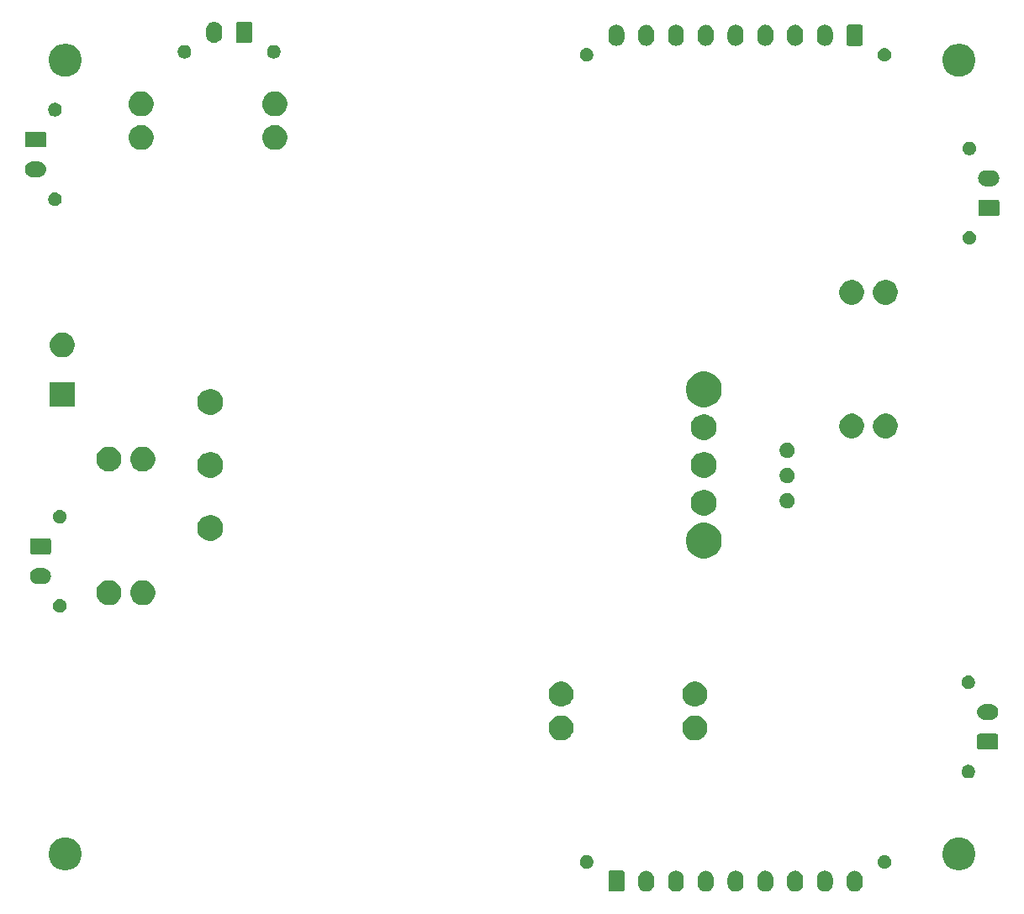
<source format=gbr>
G04 #@! TF.GenerationSoftware,KiCad,Pcbnew,(5.1.4)-1*
G04 #@! TF.CreationDate,2021-12-07T11:14:46-05:00*
G04 #@! TF.ProjectId,PowerBoard,506f7765-7242-46f6-9172-642e6b696361,rev?*
G04 #@! TF.SameCoordinates,Original*
G04 #@! TF.FileFunction,Soldermask,Bot*
G04 #@! TF.FilePolarity,Negative*
%FSLAX46Y46*%
G04 Gerber Fmt 4.6, Leading zero omitted, Abs format (unit mm)*
G04 Created by KiCad (PCBNEW (5.1.4)-1) date 2021-12-07 11:14:46*
%MOMM*%
%LPD*%
G04 APERTURE LIST*
%ADD10C,0.100000*%
G04 APERTURE END LIST*
D10*
G36*
X123657022Y-121700590D02*
G01*
X123722511Y-121720456D01*
X123808012Y-121746392D01*
X123913193Y-121802613D01*
X123947164Y-121820771D01*
X124069133Y-121920867D01*
X124169229Y-122042835D01*
X124243608Y-122181987D01*
X124258875Y-122232318D01*
X124289410Y-122332977D01*
X124301000Y-122450655D01*
X124301000Y-123049345D01*
X124289410Y-123167023D01*
X124258875Y-123267682D01*
X124243608Y-123318013D01*
X124169229Y-123457165D01*
X124069133Y-123579133D01*
X123947165Y-123679229D01*
X123808013Y-123753608D01*
X123757682Y-123768875D01*
X123657023Y-123799410D01*
X123500000Y-123814875D01*
X123342978Y-123799410D01*
X123242319Y-123768875D01*
X123191988Y-123753608D01*
X123052836Y-123679229D01*
X122930868Y-123579133D01*
X122902035Y-123544000D01*
X122830772Y-123457165D01*
X122756392Y-123318013D01*
X122741125Y-123267682D01*
X122710590Y-123167023D01*
X122699000Y-123049345D01*
X122699000Y-122450656D01*
X122710590Y-122332978D01*
X122756392Y-122181989D01*
X122756392Y-122181988D01*
X122830771Y-122042836D01*
X122830772Y-122042835D01*
X122930867Y-121920867D01*
X123052835Y-121820771D01*
X123086806Y-121802613D01*
X123191987Y-121746392D01*
X123277488Y-121720456D01*
X123342977Y-121700590D01*
X123500000Y-121685125D01*
X123657022Y-121700590D01*
X123657022Y-121700590D01*
G37*
G36*
X126657022Y-121700590D02*
G01*
X126722511Y-121720456D01*
X126808012Y-121746392D01*
X126913193Y-121802613D01*
X126947164Y-121820771D01*
X127069133Y-121920867D01*
X127169229Y-122042835D01*
X127243608Y-122181987D01*
X127258875Y-122232318D01*
X127289410Y-122332977D01*
X127301000Y-122450655D01*
X127301000Y-123049345D01*
X127289410Y-123167023D01*
X127258875Y-123267682D01*
X127243608Y-123318013D01*
X127169229Y-123457165D01*
X127069133Y-123579133D01*
X126947165Y-123679229D01*
X126808013Y-123753608D01*
X126757682Y-123768875D01*
X126657023Y-123799410D01*
X126500000Y-123814875D01*
X126342978Y-123799410D01*
X126242319Y-123768875D01*
X126191988Y-123753608D01*
X126052836Y-123679229D01*
X125930868Y-123579133D01*
X125902035Y-123544000D01*
X125830772Y-123457165D01*
X125756392Y-123318013D01*
X125741125Y-123267682D01*
X125710590Y-123167023D01*
X125699000Y-123049345D01*
X125699000Y-122450656D01*
X125710590Y-122332978D01*
X125756392Y-122181989D01*
X125756392Y-122181988D01*
X125830771Y-122042836D01*
X125830772Y-122042835D01*
X125930867Y-121920867D01*
X126052835Y-121820771D01*
X126086806Y-121802613D01*
X126191987Y-121746392D01*
X126277488Y-121720456D01*
X126342977Y-121700590D01*
X126500000Y-121685125D01*
X126657022Y-121700590D01*
X126657022Y-121700590D01*
G37*
G36*
X129657022Y-121700590D02*
G01*
X129722511Y-121720456D01*
X129808012Y-121746392D01*
X129913193Y-121802613D01*
X129947164Y-121820771D01*
X130069133Y-121920867D01*
X130169229Y-122042835D01*
X130243608Y-122181987D01*
X130258875Y-122232318D01*
X130289410Y-122332977D01*
X130301000Y-122450655D01*
X130301000Y-123049345D01*
X130289410Y-123167023D01*
X130258875Y-123267682D01*
X130243608Y-123318013D01*
X130169229Y-123457165D01*
X130069133Y-123579133D01*
X129947165Y-123679229D01*
X129808013Y-123753608D01*
X129757682Y-123768875D01*
X129657023Y-123799410D01*
X129500000Y-123814875D01*
X129342978Y-123799410D01*
X129242319Y-123768875D01*
X129191988Y-123753608D01*
X129052836Y-123679229D01*
X128930868Y-123579133D01*
X128902035Y-123544000D01*
X128830772Y-123457165D01*
X128756392Y-123318013D01*
X128741125Y-123267682D01*
X128710590Y-123167023D01*
X128699000Y-123049345D01*
X128699000Y-122450656D01*
X128710590Y-122332978D01*
X128756392Y-122181989D01*
X128756392Y-122181988D01*
X128830771Y-122042836D01*
X128830772Y-122042835D01*
X128930867Y-121920867D01*
X129052835Y-121820771D01*
X129086806Y-121802613D01*
X129191987Y-121746392D01*
X129277488Y-121720456D01*
X129342977Y-121700590D01*
X129500000Y-121685125D01*
X129657022Y-121700590D01*
X129657022Y-121700590D01*
G37*
G36*
X132657022Y-121700590D02*
G01*
X132722511Y-121720456D01*
X132808012Y-121746392D01*
X132913193Y-121802613D01*
X132947164Y-121820771D01*
X133069133Y-121920867D01*
X133169229Y-122042835D01*
X133243608Y-122181987D01*
X133258875Y-122232318D01*
X133289410Y-122332977D01*
X133301000Y-122450655D01*
X133301000Y-123049345D01*
X133289410Y-123167023D01*
X133258875Y-123267682D01*
X133243608Y-123318013D01*
X133169229Y-123457165D01*
X133069133Y-123579133D01*
X132947165Y-123679229D01*
X132808013Y-123753608D01*
X132757682Y-123768875D01*
X132657023Y-123799410D01*
X132500000Y-123814875D01*
X132342978Y-123799410D01*
X132242319Y-123768875D01*
X132191988Y-123753608D01*
X132052836Y-123679229D01*
X131930868Y-123579133D01*
X131902035Y-123544000D01*
X131830772Y-123457165D01*
X131756392Y-123318013D01*
X131741125Y-123267682D01*
X131710590Y-123167023D01*
X131699000Y-123049345D01*
X131699000Y-122450656D01*
X131710590Y-122332978D01*
X131756392Y-122181989D01*
X131756392Y-122181988D01*
X131830771Y-122042836D01*
X131830772Y-122042835D01*
X131930867Y-121920867D01*
X132052835Y-121820771D01*
X132086806Y-121802613D01*
X132191987Y-121746392D01*
X132277488Y-121720456D01*
X132342977Y-121700590D01*
X132500000Y-121685125D01*
X132657022Y-121700590D01*
X132657022Y-121700590D01*
G37*
G36*
X135657022Y-121700590D02*
G01*
X135722511Y-121720456D01*
X135808012Y-121746392D01*
X135913193Y-121802613D01*
X135947164Y-121820771D01*
X136069133Y-121920867D01*
X136169229Y-122042835D01*
X136243608Y-122181987D01*
X136258875Y-122232318D01*
X136289410Y-122332977D01*
X136301000Y-122450655D01*
X136301000Y-123049345D01*
X136289410Y-123167023D01*
X136258875Y-123267682D01*
X136243608Y-123318013D01*
X136169229Y-123457165D01*
X136069133Y-123579133D01*
X135947165Y-123679229D01*
X135808013Y-123753608D01*
X135757682Y-123768875D01*
X135657023Y-123799410D01*
X135500000Y-123814875D01*
X135342978Y-123799410D01*
X135242319Y-123768875D01*
X135191988Y-123753608D01*
X135052836Y-123679229D01*
X134930868Y-123579133D01*
X134902035Y-123544000D01*
X134830772Y-123457165D01*
X134793582Y-123387588D01*
X134756392Y-123318013D01*
X134741125Y-123267682D01*
X134710590Y-123167023D01*
X134699000Y-123049345D01*
X134699000Y-122450656D01*
X134710590Y-122332978D01*
X134756392Y-122181989D01*
X134756392Y-122181988D01*
X134830771Y-122042836D01*
X134830772Y-122042835D01*
X134930867Y-121920867D01*
X135052835Y-121820771D01*
X135086806Y-121802613D01*
X135191987Y-121746392D01*
X135277488Y-121720456D01*
X135342977Y-121700590D01*
X135500000Y-121685125D01*
X135657022Y-121700590D01*
X135657022Y-121700590D01*
G37*
G36*
X141657022Y-121700590D02*
G01*
X141722511Y-121720456D01*
X141808012Y-121746392D01*
X141913193Y-121802613D01*
X141947164Y-121820771D01*
X142069133Y-121920867D01*
X142169229Y-122042835D01*
X142243608Y-122181987D01*
X142258875Y-122232318D01*
X142289410Y-122332977D01*
X142301000Y-122450655D01*
X142301000Y-123049345D01*
X142289410Y-123167023D01*
X142258875Y-123267682D01*
X142243608Y-123318013D01*
X142169229Y-123457165D01*
X142069133Y-123579133D01*
X141947165Y-123679229D01*
X141808013Y-123753608D01*
X141757682Y-123768875D01*
X141657023Y-123799410D01*
X141500000Y-123814875D01*
X141342978Y-123799410D01*
X141242319Y-123768875D01*
X141191988Y-123753608D01*
X141052836Y-123679229D01*
X140930868Y-123579133D01*
X140902035Y-123544000D01*
X140830772Y-123457165D01*
X140793582Y-123387588D01*
X140756392Y-123318013D01*
X140741125Y-123267682D01*
X140710590Y-123167023D01*
X140699000Y-123049345D01*
X140699000Y-122450656D01*
X140710590Y-122332978D01*
X140756392Y-122181989D01*
X140756392Y-122181988D01*
X140830771Y-122042836D01*
X140830772Y-122042835D01*
X140930867Y-121920867D01*
X141052835Y-121820771D01*
X141086806Y-121802613D01*
X141191987Y-121746392D01*
X141277488Y-121720456D01*
X141342977Y-121700590D01*
X141500000Y-121685125D01*
X141657022Y-121700590D01*
X141657022Y-121700590D01*
G37*
G36*
X138657022Y-121700590D02*
G01*
X138722511Y-121720456D01*
X138808012Y-121746392D01*
X138913193Y-121802613D01*
X138947164Y-121820771D01*
X139069133Y-121920867D01*
X139169229Y-122042835D01*
X139243608Y-122181987D01*
X139258875Y-122232318D01*
X139289410Y-122332977D01*
X139301000Y-122450655D01*
X139301000Y-123049345D01*
X139289410Y-123167023D01*
X139258875Y-123267682D01*
X139243608Y-123318013D01*
X139169229Y-123457165D01*
X139069133Y-123579133D01*
X138947165Y-123679229D01*
X138808013Y-123753608D01*
X138757682Y-123768875D01*
X138657023Y-123799410D01*
X138500000Y-123814875D01*
X138342978Y-123799410D01*
X138242319Y-123768875D01*
X138191988Y-123753608D01*
X138052836Y-123679229D01*
X137930868Y-123579133D01*
X137902035Y-123544000D01*
X137830772Y-123457165D01*
X137793582Y-123387588D01*
X137756392Y-123318013D01*
X137741125Y-123267682D01*
X137710590Y-123167023D01*
X137699000Y-123049345D01*
X137699000Y-122450656D01*
X137710590Y-122332978D01*
X137756392Y-122181989D01*
X137756392Y-122181988D01*
X137830771Y-122042836D01*
X137830772Y-122042835D01*
X137930867Y-121920867D01*
X138052835Y-121820771D01*
X138086806Y-121802613D01*
X138191987Y-121746392D01*
X138277488Y-121720456D01*
X138342977Y-121700590D01*
X138500000Y-121685125D01*
X138657022Y-121700590D01*
X138657022Y-121700590D01*
G37*
G36*
X144657022Y-121700590D02*
G01*
X144722511Y-121720456D01*
X144808012Y-121746392D01*
X144913193Y-121802613D01*
X144947164Y-121820771D01*
X145069133Y-121920867D01*
X145169229Y-122042835D01*
X145243608Y-122181987D01*
X145258875Y-122232318D01*
X145289410Y-122332977D01*
X145301000Y-122450655D01*
X145301000Y-123049345D01*
X145289410Y-123167023D01*
X145258875Y-123267682D01*
X145243608Y-123318013D01*
X145169229Y-123457165D01*
X145069133Y-123579133D01*
X144947165Y-123679229D01*
X144808013Y-123753608D01*
X144757682Y-123768875D01*
X144657023Y-123799410D01*
X144500000Y-123814875D01*
X144342978Y-123799410D01*
X144242319Y-123768875D01*
X144191988Y-123753608D01*
X144052836Y-123679229D01*
X143930868Y-123579133D01*
X143902035Y-123544000D01*
X143830772Y-123457165D01*
X143793582Y-123387588D01*
X143756392Y-123318013D01*
X143741125Y-123267682D01*
X143710590Y-123167023D01*
X143699000Y-123049345D01*
X143699000Y-122450656D01*
X143710590Y-122332978D01*
X143756392Y-122181989D01*
X143756392Y-122181988D01*
X143830771Y-122042836D01*
X143830772Y-122042835D01*
X143930867Y-121920867D01*
X144052835Y-121820771D01*
X144086806Y-121802613D01*
X144191987Y-121746392D01*
X144277488Y-121720456D01*
X144342977Y-121700590D01*
X144500000Y-121685125D01*
X144657022Y-121700590D01*
X144657022Y-121700590D01*
G37*
G36*
X121153048Y-121693122D02*
G01*
X121187387Y-121703539D01*
X121219036Y-121720456D01*
X121246778Y-121743222D01*
X121269544Y-121770964D01*
X121286461Y-121802613D01*
X121296878Y-121836952D01*
X121301000Y-121878807D01*
X121301000Y-123621193D01*
X121296878Y-123663048D01*
X121286461Y-123697387D01*
X121269544Y-123729036D01*
X121246778Y-123756778D01*
X121219036Y-123779544D01*
X121187387Y-123796461D01*
X121153048Y-123806878D01*
X121111193Y-123811000D01*
X119888807Y-123811000D01*
X119846952Y-123806878D01*
X119812613Y-123796461D01*
X119780964Y-123779544D01*
X119753222Y-123756778D01*
X119730456Y-123729036D01*
X119713539Y-123697387D01*
X119703122Y-123663048D01*
X119699000Y-123621193D01*
X119699000Y-121878807D01*
X119703122Y-121836952D01*
X119713539Y-121802613D01*
X119730456Y-121770964D01*
X119753222Y-121743222D01*
X119780964Y-121720456D01*
X119812613Y-121703539D01*
X119846952Y-121693122D01*
X119888807Y-121689000D01*
X121111193Y-121689000D01*
X121153048Y-121693122D01*
X121153048Y-121693122D01*
G37*
G36*
X65375256Y-118391298D02*
G01*
X65481579Y-118412447D01*
X65782042Y-118536903D01*
X66052451Y-118717585D01*
X66282415Y-118947549D01*
X66282416Y-118947551D01*
X66463098Y-119217960D01*
X66587553Y-119518422D01*
X66651000Y-119837389D01*
X66651000Y-120162611D01*
X66647128Y-120182075D01*
X66587553Y-120481579D01*
X66542684Y-120589902D01*
X66487788Y-120722434D01*
X66463097Y-120782042D01*
X66282415Y-121052451D01*
X66052451Y-121282415D01*
X65782042Y-121463097D01*
X65782041Y-121463098D01*
X65782040Y-121463098D01*
X65694037Y-121499550D01*
X65481579Y-121587553D01*
X65375256Y-121608702D01*
X65162611Y-121651000D01*
X64837389Y-121651000D01*
X64624744Y-121608702D01*
X64518421Y-121587553D01*
X64305963Y-121499550D01*
X64217960Y-121463098D01*
X64217959Y-121463098D01*
X64217958Y-121463097D01*
X63947549Y-121282415D01*
X63717585Y-121052451D01*
X63536903Y-120782042D01*
X63512213Y-120722434D01*
X63457316Y-120589902D01*
X63412447Y-120481579D01*
X63352872Y-120182075D01*
X63349000Y-120162611D01*
X63349000Y-119837389D01*
X63412447Y-119518422D01*
X63536902Y-119217960D01*
X63717584Y-118947551D01*
X63717585Y-118947549D01*
X63947549Y-118717585D01*
X64217958Y-118536903D01*
X64518421Y-118412447D01*
X64624744Y-118391298D01*
X64837389Y-118349000D01*
X65162611Y-118349000D01*
X65375256Y-118391298D01*
X65375256Y-118391298D01*
G37*
G36*
X155375256Y-118391298D02*
G01*
X155481579Y-118412447D01*
X155782042Y-118536903D01*
X156052451Y-118717585D01*
X156282415Y-118947549D01*
X156282416Y-118947551D01*
X156463098Y-119217960D01*
X156587553Y-119518422D01*
X156651000Y-119837389D01*
X156651000Y-120162611D01*
X156647128Y-120182075D01*
X156587553Y-120481579D01*
X156542684Y-120589902D01*
X156487788Y-120722434D01*
X156463097Y-120782042D01*
X156282415Y-121052451D01*
X156052451Y-121282415D01*
X155782042Y-121463097D01*
X155782041Y-121463098D01*
X155782040Y-121463098D01*
X155694037Y-121499550D01*
X155481579Y-121587553D01*
X155375256Y-121608702D01*
X155162611Y-121651000D01*
X154837389Y-121651000D01*
X154624744Y-121608702D01*
X154518421Y-121587553D01*
X154305963Y-121499550D01*
X154217960Y-121463098D01*
X154217959Y-121463098D01*
X154217958Y-121463097D01*
X153947549Y-121282415D01*
X153717585Y-121052451D01*
X153536903Y-120782042D01*
X153512213Y-120722434D01*
X153457316Y-120589902D01*
X153412447Y-120481579D01*
X153352872Y-120182075D01*
X153349000Y-120162611D01*
X153349000Y-119837389D01*
X153412447Y-119518422D01*
X153536902Y-119217960D01*
X153717584Y-118947551D01*
X153717585Y-118947549D01*
X153947549Y-118717585D01*
X154217958Y-118536903D01*
X154518421Y-118412447D01*
X154624744Y-118391298D01*
X154837389Y-118349000D01*
X155162611Y-118349000D01*
X155375256Y-118391298D01*
X155375256Y-118391298D01*
G37*
G36*
X147700098Y-120130362D02*
G01*
X147777953Y-120162611D01*
X147824943Y-120182075D01*
X147937299Y-120257149D01*
X148032851Y-120352701D01*
X148107926Y-120465059D01*
X148159638Y-120589902D01*
X148186000Y-120722434D01*
X148186000Y-120857566D01*
X148159638Y-120990098D01*
X148133811Y-121052449D01*
X148107925Y-121114943D01*
X148032851Y-121227299D01*
X147937299Y-121322851D01*
X147824943Y-121397925D01*
X147824942Y-121397926D01*
X147824941Y-121397926D01*
X147700098Y-121449638D01*
X147567566Y-121476000D01*
X147432434Y-121476000D01*
X147299902Y-121449638D01*
X147175059Y-121397926D01*
X147175058Y-121397926D01*
X147175057Y-121397925D01*
X147062701Y-121322851D01*
X146967149Y-121227299D01*
X146892075Y-121114943D01*
X146866189Y-121052449D01*
X146840362Y-120990098D01*
X146814000Y-120857566D01*
X146814000Y-120722434D01*
X146840362Y-120589902D01*
X146892074Y-120465059D01*
X146967149Y-120352701D01*
X147062701Y-120257149D01*
X147175057Y-120182075D01*
X147222047Y-120162611D01*
X147299902Y-120130362D01*
X147432434Y-120104000D01*
X147567566Y-120104000D01*
X147700098Y-120130362D01*
X147700098Y-120130362D01*
G37*
G36*
X117700098Y-120130362D02*
G01*
X117777953Y-120162611D01*
X117824943Y-120182075D01*
X117937299Y-120257149D01*
X118032851Y-120352701D01*
X118107926Y-120465059D01*
X118159638Y-120589902D01*
X118186000Y-120722434D01*
X118186000Y-120857566D01*
X118159638Y-120990098D01*
X118133811Y-121052449D01*
X118107925Y-121114943D01*
X118032851Y-121227299D01*
X117937299Y-121322851D01*
X117824943Y-121397925D01*
X117824942Y-121397926D01*
X117824941Y-121397926D01*
X117700098Y-121449638D01*
X117567566Y-121476000D01*
X117432434Y-121476000D01*
X117299902Y-121449638D01*
X117175059Y-121397926D01*
X117175058Y-121397926D01*
X117175057Y-121397925D01*
X117062701Y-121322851D01*
X116967149Y-121227299D01*
X116892075Y-121114943D01*
X116866189Y-121052449D01*
X116840362Y-120990098D01*
X116814000Y-120857566D01*
X116814000Y-120722434D01*
X116840362Y-120589902D01*
X116892074Y-120465059D01*
X116967149Y-120352701D01*
X117062701Y-120257149D01*
X117175057Y-120182075D01*
X117222047Y-120162611D01*
X117299902Y-120130362D01*
X117432434Y-120104000D01*
X117567566Y-120104000D01*
X117700098Y-120130362D01*
X117700098Y-120130362D01*
G37*
G36*
X156140098Y-111040362D02*
G01*
X156264941Y-111092074D01*
X156264943Y-111092075D01*
X156377299Y-111167149D01*
X156472851Y-111262701D01*
X156547926Y-111375059D01*
X156599638Y-111499902D01*
X156626000Y-111632434D01*
X156626000Y-111767566D01*
X156599638Y-111900098D01*
X156547926Y-112024941D01*
X156547925Y-112024943D01*
X156472851Y-112137299D01*
X156377299Y-112232851D01*
X156264943Y-112307925D01*
X156264942Y-112307926D01*
X156264941Y-112307926D01*
X156140098Y-112359638D01*
X156007566Y-112386000D01*
X155872434Y-112386000D01*
X155739902Y-112359638D01*
X155615059Y-112307926D01*
X155615058Y-112307926D01*
X155615057Y-112307925D01*
X155502701Y-112232851D01*
X155407149Y-112137299D01*
X155332075Y-112024943D01*
X155332074Y-112024941D01*
X155280362Y-111900098D01*
X155254000Y-111767566D01*
X155254000Y-111632434D01*
X155280362Y-111499902D01*
X155332074Y-111375059D01*
X155407149Y-111262701D01*
X155502701Y-111167149D01*
X155615057Y-111092075D01*
X155615059Y-111092074D01*
X155739902Y-111040362D01*
X155872434Y-111014000D01*
X156007566Y-111014000D01*
X156140098Y-111040362D01*
X156140098Y-111040362D01*
G37*
G36*
X158813048Y-107903122D02*
G01*
X158847387Y-107913539D01*
X158879036Y-107930456D01*
X158906778Y-107953222D01*
X158929544Y-107980964D01*
X158946461Y-108012613D01*
X158956878Y-108046952D01*
X158961000Y-108088807D01*
X158961000Y-109311193D01*
X158956878Y-109353048D01*
X158946461Y-109387387D01*
X158929544Y-109419036D01*
X158906778Y-109446778D01*
X158879036Y-109469544D01*
X158847387Y-109486461D01*
X158813048Y-109496878D01*
X158771193Y-109501000D01*
X157028807Y-109501000D01*
X156986952Y-109496878D01*
X156952613Y-109486461D01*
X156920964Y-109469544D01*
X156893222Y-109446778D01*
X156870456Y-109419036D01*
X156853539Y-109387387D01*
X156843122Y-109353048D01*
X156839000Y-109311193D01*
X156839000Y-108088807D01*
X156843122Y-108046952D01*
X156853539Y-108012613D01*
X156870456Y-107980964D01*
X156893222Y-107953222D01*
X156920964Y-107930456D01*
X156952613Y-107913539D01*
X156986952Y-107903122D01*
X157028807Y-107899000D01*
X158771193Y-107899000D01*
X158813048Y-107903122D01*
X158813048Y-107903122D01*
G37*
G36*
X115294903Y-106097075D02*
G01*
X115522571Y-106191378D01*
X115727466Y-106328285D01*
X115901715Y-106502534D01*
X116038622Y-106707429D01*
X116132925Y-106935097D01*
X116181000Y-107176787D01*
X116181000Y-107423213D01*
X116132925Y-107664903D01*
X116038622Y-107892571D01*
X115901715Y-108097466D01*
X115727466Y-108271715D01*
X115522571Y-108408622D01*
X115522570Y-108408623D01*
X115522569Y-108408623D01*
X115294903Y-108502925D01*
X115053214Y-108551000D01*
X114806786Y-108551000D01*
X114565097Y-108502925D01*
X114337431Y-108408623D01*
X114337430Y-108408623D01*
X114337429Y-108408622D01*
X114132534Y-108271715D01*
X113958285Y-108097466D01*
X113821378Y-107892571D01*
X113727075Y-107664903D01*
X113679000Y-107423213D01*
X113679000Y-107176787D01*
X113727075Y-106935097D01*
X113821378Y-106707429D01*
X113958285Y-106502534D01*
X114132534Y-106328285D01*
X114337429Y-106191378D01*
X114565097Y-106097075D01*
X114806786Y-106049000D01*
X115053214Y-106049000D01*
X115294903Y-106097075D01*
X115294903Y-106097075D01*
G37*
G36*
X128764903Y-106097075D02*
G01*
X128992571Y-106191378D01*
X129197466Y-106328285D01*
X129371715Y-106502534D01*
X129508622Y-106707429D01*
X129602925Y-106935097D01*
X129651000Y-107176787D01*
X129651000Y-107423213D01*
X129602925Y-107664903D01*
X129508622Y-107892571D01*
X129371715Y-108097466D01*
X129197466Y-108271715D01*
X128992571Y-108408622D01*
X128992570Y-108408623D01*
X128992569Y-108408623D01*
X128764903Y-108502925D01*
X128523214Y-108551000D01*
X128276786Y-108551000D01*
X128035097Y-108502925D01*
X127807431Y-108408623D01*
X127807430Y-108408623D01*
X127807429Y-108408622D01*
X127602534Y-108271715D01*
X127428285Y-108097466D01*
X127291378Y-107892571D01*
X127197075Y-107664903D01*
X127149000Y-107423213D01*
X127149000Y-107176787D01*
X127197075Y-106935097D01*
X127291378Y-106707429D01*
X127428285Y-106502534D01*
X127602534Y-106328285D01*
X127807429Y-106191378D01*
X128035097Y-106097075D01*
X128276786Y-106049000D01*
X128523214Y-106049000D01*
X128764903Y-106097075D01*
X128764903Y-106097075D01*
G37*
G36*
X158238571Y-104902863D02*
G01*
X158317023Y-104910590D01*
X158417682Y-104941125D01*
X158468013Y-104956392D01*
X158607165Y-105030771D01*
X158729133Y-105130867D01*
X158829229Y-105252835D01*
X158903608Y-105391987D01*
X158903608Y-105391988D01*
X158949410Y-105542977D01*
X158964875Y-105700000D01*
X158949410Y-105857023D01*
X158918875Y-105957682D01*
X158903608Y-106008013D01*
X158829229Y-106147165D01*
X158729133Y-106269133D01*
X158607165Y-106369229D01*
X158468013Y-106443608D01*
X158417682Y-106458875D01*
X158317023Y-106489410D01*
X158238571Y-106497137D01*
X158199346Y-106501000D01*
X157600654Y-106501000D01*
X157561429Y-106497137D01*
X157482977Y-106489410D01*
X157382318Y-106458875D01*
X157331987Y-106443608D01*
X157192835Y-106369229D01*
X157070867Y-106269133D01*
X156970771Y-106147165D01*
X156896392Y-106008013D01*
X156881125Y-105957682D01*
X156850590Y-105857023D01*
X156835125Y-105700000D01*
X156850590Y-105542977D01*
X156896392Y-105391988D01*
X156896392Y-105391987D01*
X156970771Y-105252835D01*
X157070867Y-105130867D01*
X157192835Y-105030771D01*
X157331987Y-104956392D01*
X157382318Y-104941125D01*
X157482977Y-104910590D01*
X157561429Y-104902863D01*
X157600654Y-104899000D01*
X158199346Y-104899000D01*
X158238571Y-104902863D01*
X158238571Y-104902863D01*
G37*
G36*
X128764903Y-102697075D02*
G01*
X128935082Y-102767565D01*
X128992571Y-102791378D01*
X129197466Y-102928285D01*
X129371715Y-103102534D01*
X129371716Y-103102536D01*
X129508623Y-103307431D01*
X129508828Y-103307926D01*
X129602925Y-103535097D01*
X129651000Y-103776787D01*
X129651000Y-104023213D01*
X129602925Y-104264903D01*
X129508622Y-104492571D01*
X129371715Y-104697466D01*
X129197466Y-104871715D01*
X128992571Y-105008622D01*
X128992570Y-105008623D01*
X128992569Y-105008623D01*
X128764903Y-105102925D01*
X128523214Y-105151000D01*
X128276786Y-105151000D01*
X128035097Y-105102925D01*
X127807431Y-105008623D01*
X127807430Y-105008623D01*
X127807429Y-105008622D01*
X127602534Y-104871715D01*
X127428285Y-104697466D01*
X127291378Y-104492571D01*
X127197075Y-104264903D01*
X127149000Y-104023213D01*
X127149000Y-103776787D01*
X127197075Y-103535097D01*
X127291172Y-103307926D01*
X127291377Y-103307431D01*
X127428284Y-103102536D01*
X127428285Y-103102534D01*
X127602534Y-102928285D01*
X127807429Y-102791378D01*
X127864919Y-102767565D01*
X128035097Y-102697075D01*
X128276786Y-102649000D01*
X128523214Y-102649000D01*
X128764903Y-102697075D01*
X128764903Y-102697075D01*
G37*
G36*
X115294903Y-102697075D02*
G01*
X115465082Y-102767565D01*
X115522571Y-102791378D01*
X115727466Y-102928285D01*
X115901715Y-103102534D01*
X115901716Y-103102536D01*
X116038623Y-103307431D01*
X116038828Y-103307926D01*
X116132925Y-103535097D01*
X116181000Y-103776787D01*
X116181000Y-104023213D01*
X116132925Y-104264903D01*
X116038622Y-104492571D01*
X115901715Y-104697466D01*
X115727466Y-104871715D01*
X115522571Y-105008622D01*
X115522570Y-105008623D01*
X115522569Y-105008623D01*
X115294903Y-105102925D01*
X115053214Y-105151000D01*
X114806786Y-105151000D01*
X114565097Y-105102925D01*
X114337431Y-105008623D01*
X114337430Y-105008623D01*
X114337429Y-105008622D01*
X114132534Y-104871715D01*
X113958285Y-104697466D01*
X113821378Y-104492571D01*
X113727075Y-104264903D01*
X113679000Y-104023213D01*
X113679000Y-103776787D01*
X113727075Y-103535097D01*
X113821172Y-103307926D01*
X113821377Y-103307431D01*
X113958284Y-103102536D01*
X113958285Y-103102534D01*
X114132534Y-102928285D01*
X114337429Y-102791378D01*
X114394919Y-102767565D01*
X114565097Y-102697075D01*
X114806786Y-102649000D01*
X115053214Y-102649000D01*
X115294903Y-102697075D01*
X115294903Y-102697075D01*
G37*
G36*
X156140098Y-102040362D02*
G01*
X156264941Y-102092074D01*
X156264943Y-102092075D01*
X156377299Y-102167149D01*
X156472851Y-102262701D01*
X156547926Y-102375059D01*
X156599638Y-102499902D01*
X156626000Y-102632434D01*
X156626000Y-102767566D01*
X156599638Y-102900098D01*
X156587962Y-102928285D01*
X156547925Y-103024943D01*
X156472851Y-103137299D01*
X156377299Y-103232851D01*
X156264943Y-103307925D01*
X156264942Y-103307926D01*
X156264941Y-103307926D01*
X156140098Y-103359638D01*
X156007566Y-103386000D01*
X155872434Y-103386000D01*
X155739902Y-103359638D01*
X155615059Y-103307926D01*
X155615058Y-103307926D01*
X155615057Y-103307925D01*
X155502701Y-103232851D01*
X155407149Y-103137299D01*
X155332075Y-103024943D01*
X155292038Y-102928285D01*
X155280362Y-102900098D01*
X155254000Y-102767566D01*
X155254000Y-102632434D01*
X155280362Y-102499902D01*
X155332074Y-102375059D01*
X155407149Y-102262701D01*
X155502701Y-102167149D01*
X155615057Y-102092075D01*
X155615059Y-102092074D01*
X155739902Y-102040362D01*
X155872434Y-102014000D01*
X156007566Y-102014000D01*
X156140098Y-102040362D01*
X156140098Y-102040362D01*
G37*
G36*
X64660098Y-94340362D02*
G01*
X64784941Y-94392074D01*
X64784943Y-94392075D01*
X64897299Y-94467149D01*
X64992851Y-94562701D01*
X65045647Y-94641715D01*
X65067926Y-94675059D01*
X65119638Y-94799902D01*
X65146000Y-94932434D01*
X65146000Y-95067566D01*
X65119638Y-95200098D01*
X65067926Y-95324941D01*
X65067925Y-95324943D01*
X64992851Y-95437299D01*
X64897299Y-95532851D01*
X64784943Y-95607925D01*
X64784942Y-95607926D01*
X64784941Y-95607926D01*
X64660098Y-95659638D01*
X64527566Y-95686000D01*
X64392434Y-95686000D01*
X64259902Y-95659638D01*
X64135059Y-95607926D01*
X64135058Y-95607926D01*
X64135057Y-95607925D01*
X64022701Y-95532851D01*
X63927149Y-95437299D01*
X63852075Y-95324943D01*
X63852074Y-95324941D01*
X63800362Y-95200098D01*
X63774000Y-95067566D01*
X63774000Y-94932434D01*
X63800362Y-94799902D01*
X63852074Y-94675059D01*
X63874354Y-94641715D01*
X63927149Y-94562701D01*
X64022701Y-94467149D01*
X64135057Y-94392075D01*
X64135059Y-94392074D01*
X64259902Y-94340362D01*
X64392434Y-94314000D01*
X64527566Y-94314000D01*
X64660098Y-94340362D01*
X64660098Y-94340362D01*
G37*
G36*
X73164903Y-92467075D02*
G01*
X73392571Y-92561378D01*
X73597466Y-92698285D01*
X73771715Y-92872534D01*
X73908622Y-93077429D01*
X74002925Y-93305097D01*
X74051000Y-93546787D01*
X74051000Y-93793213D01*
X74002925Y-94034903D01*
X73908622Y-94262571D01*
X73771715Y-94467466D01*
X73597466Y-94641715D01*
X73392571Y-94778622D01*
X73392570Y-94778623D01*
X73392569Y-94778623D01*
X73164903Y-94872925D01*
X72923214Y-94921000D01*
X72676786Y-94921000D01*
X72435097Y-94872925D01*
X72207431Y-94778623D01*
X72207430Y-94778623D01*
X72207429Y-94778622D01*
X72002534Y-94641715D01*
X71828285Y-94467466D01*
X71691378Y-94262571D01*
X71597075Y-94034903D01*
X71549000Y-93793213D01*
X71549000Y-93546787D01*
X71597075Y-93305097D01*
X71691378Y-93077429D01*
X71828285Y-92872534D01*
X72002534Y-92698285D01*
X72207429Y-92561378D01*
X72435097Y-92467075D01*
X72676786Y-92419000D01*
X72923214Y-92419000D01*
X73164903Y-92467075D01*
X73164903Y-92467075D01*
G37*
G36*
X69764903Y-92467075D02*
G01*
X69992571Y-92561378D01*
X70197466Y-92698285D01*
X70371715Y-92872534D01*
X70508622Y-93077429D01*
X70602925Y-93305097D01*
X70651000Y-93546787D01*
X70651000Y-93793213D01*
X70602925Y-94034903D01*
X70508622Y-94262571D01*
X70371715Y-94467466D01*
X70197466Y-94641715D01*
X69992571Y-94778622D01*
X69992570Y-94778623D01*
X69992569Y-94778623D01*
X69764903Y-94872925D01*
X69523214Y-94921000D01*
X69276786Y-94921000D01*
X69035097Y-94872925D01*
X68807431Y-94778623D01*
X68807430Y-94778623D01*
X68807429Y-94778622D01*
X68602534Y-94641715D01*
X68428285Y-94467466D01*
X68291378Y-94262571D01*
X68197075Y-94034903D01*
X68149000Y-93793213D01*
X68149000Y-93546787D01*
X68197075Y-93305097D01*
X68291378Y-93077429D01*
X68428285Y-92872534D01*
X68602534Y-92698285D01*
X68807429Y-92561378D01*
X69035097Y-92467075D01*
X69276786Y-92419000D01*
X69523214Y-92419000D01*
X69764903Y-92467075D01*
X69764903Y-92467075D01*
G37*
G36*
X62838571Y-91202863D02*
G01*
X62917023Y-91210590D01*
X63017682Y-91241125D01*
X63068013Y-91256392D01*
X63207165Y-91330771D01*
X63329133Y-91430867D01*
X63429229Y-91552835D01*
X63503608Y-91691987D01*
X63503608Y-91691988D01*
X63549410Y-91842977D01*
X63564875Y-92000000D01*
X63549410Y-92157023D01*
X63518875Y-92257682D01*
X63503608Y-92308013D01*
X63429229Y-92447165D01*
X63329133Y-92569133D01*
X63207165Y-92669229D01*
X63068013Y-92743608D01*
X63017682Y-92758875D01*
X62917023Y-92789410D01*
X62838571Y-92797137D01*
X62799346Y-92801000D01*
X62200654Y-92801000D01*
X62161429Y-92797137D01*
X62082977Y-92789410D01*
X61982318Y-92758875D01*
X61931987Y-92743608D01*
X61792835Y-92669229D01*
X61670867Y-92569133D01*
X61570771Y-92447165D01*
X61496392Y-92308013D01*
X61481125Y-92257682D01*
X61450590Y-92157023D01*
X61435125Y-92000000D01*
X61450590Y-91842977D01*
X61496392Y-91691988D01*
X61496392Y-91691987D01*
X61570771Y-91552835D01*
X61670867Y-91430867D01*
X61792835Y-91330771D01*
X61931987Y-91256392D01*
X61982318Y-91241125D01*
X62082977Y-91210590D01*
X62161429Y-91202863D01*
X62200654Y-91199000D01*
X62799346Y-91199000D01*
X62838571Y-91202863D01*
X62838571Y-91202863D01*
G37*
G36*
X129825331Y-86688211D02*
G01*
X130153092Y-86823974D01*
X130448070Y-87021072D01*
X130698928Y-87271930D01*
X130896026Y-87566908D01*
X131031789Y-87894669D01*
X131101000Y-88242616D01*
X131101000Y-88597384D01*
X131031789Y-88945331D01*
X130896026Y-89273092D01*
X130698928Y-89568070D01*
X130448070Y-89818928D01*
X130153092Y-90016026D01*
X129825331Y-90151789D01*
X129477384Y-90221000D01*
X129122616Y-90221000D01*
X128774669Y-90151789D01*
X128446908Y-90016026D01*
X128151930Y-89818928D01*
X127901072Y-89568070D01*
X127703974Y-89273092D01*
X127568211Y-88945331D01*
X127499000Y-88597384D01*
X127499000Y-88242616D01*
X127568211Y-87894669D01*
X127703974Y-87566908D01*
X127901072Y-87271930D01*
X128151930Y-87021072D01*
X128446908Y-86823974D01*
X128774669Y-86688211D01*
X129122616Y-86619000D01*
X129477384Y-86619000D01*
X129825331Y-86688211D01*
X129825331Y-86688211D01*
G37*
G36*
X63413048Y-88203122D02*
G01*
X63447387Y-88213539D01*
X63479036Y-88230456D01*
X63506778Y-88253222D01*
X63529544Y-88280964D01*
X63546461Y-88312613D01*
X63556878Y-88346952D01*
X63561000Y-88388807D01*
X63561000Y-89611193D01*
X63556878Y-89653048D01*
X63546461Y-89687387D01*
X63529544Y-89719036D01*
X63506778Y-89746778D01*
X63479036Y-89769544D01*
X63447387Y-89786461D01*
X63413048Y-89796878D01*
X63371193Y-89801000D01*
X61628807Y-89801000D01*
X61586952Y-89796878D01*
X61552613Y-89786461D01*
X61520964Y-89769544D01*
X61493222Y-89746778D01*
X61470456Y-89719036D01*
X61453539Y-89687387D01*
X61443122Y-89653048D01*
X61439000Y-89611193D01*
X61439000Y-88388807D01*
X61443122Y-88346952D01*
X61453539Y-88312613D01*
X61470456Y-88280964D01*
X61493222Y-88253222D01*
X61520964Y-88230456D01*
X61552613Y-88213539D01*
X61586952Y-88203122D01*
X61628807Y-88199000D01*
X63371193Y-88199000D01*
X63413048Y-88203122D01*
X63413048Y-88203122D01*
G37*
G36*
X79979487Y-85898996D02*
G01*
X80216253Y-85997068D01*
X80216255Y-85997069D01*
X80429339Y-86139447D01*
X80610553Y-86320661D01*
X80752334Y-86532851D01*
X80752932Y-86533747D01*
X80851004Y-86770513D01*
X80901000Y-87021861D01*
X80901000Y-87278139D01*
X80851004Y-87529487D01*
X80752932Y-87766253D01*
X80752931Y-87766255D01*
X80610553Y-87979339D01*
X80429339Y-88160553D01*
X80216255Y-88302931D01*
X80216254Y-88302932D01*
X80216253Y-88302932D01*
X79979487Y-88401004D01*
X79728139Y-88451000D01*
X79471861Y-88451000D01*
X79220513Y-88401004D01*
X78983747Y-88302932D01*
X78983746Y-88302932D01*
X78983745Y-88302931D01*
X78770661Y-88160553D01*
X78589447Y-87979339D01*
X78447069Y-87766255D01*
X78447068Y-87766253D01*
X78348996Y-87529487D01*
X78299000Y-87278139D01*
X78299000Y-87021861D01*
X78348996Y-86770513D01*
X78447068Y-86533747D01*
X78447667Y-86532851D01*
X78589447Y-86320661D01*
X78770661Y-86139447D01*
X78983745Y-85997069D01*
X78983747Y-85997068D01*
X79220513Y-85898996D01*
X79471861Y-85849000D01*
X79728139Y-85849000D01*
X79979487Y-85898996D01*
X79979487Y-85898996D01*
G37*
G36*
X64660098Y-85340362D02*
G01*
X64784941Y-85392074D01*
X64784943Y-85392075D01*
X64897299Y-85467149D01*
X64992851Y-85562701D01*
X65031507Y-85620553D01*
X65067926Y-85675059D01*
X65119638Y-85799902D01*
X65146000Y-85932434D01*
X65146000Y-86067566D01*
X65119638Y-86200098D01*
X65069699Y-86320661D01*
X65067925Y-86324943D01*
X64992851Y-86437299D01*
X64897299Y-86532851D01*
X64784943Y-86607925D01*
X64784942Y-86607926D01*
X64784941Y-86607926D01*
X64660098Y-86659638D01*
X64527566Y-86686000D01*
X64392434Y-86686000D01*
X64259902Y-86659638D01*
X64135059Y-86607926D01*
X64135058Y-86607926D01*
X64135057Y-86607925D01*
X64022701Y-86532851D01*
X63927149Y-86437299D01*
X63852075Y-86324943D01*
X63850301Y-86320661D01*
X63800362Y-86200098D01*
X63774000Y-86067566D01*
X63774000Y-85932434D01*
X63800362Y-85799902D01*
X63852074Y-85675059D01*
X63888494Y-85620553D01*
X63927149Y-85562701D01*
X64022701Y-85467149D01*
X64135057Y-85392075D01*
X64135059Y-85392074D01*
X64259902Y-85340362D01*
X64392434Y-85314000D01*
X64527566Y-85314000D01*
X64660098Y-85340362D01*
X64660098Y-85340362D01*
G37*
G36*
X129679487Y-83358996D02*
G01*
X129916253Y-83457068D01*
X129916255Y-83457069D01*
X130129339Y-83599447D01*
X130310553Y-83780661D01*
X130395984Y-83908517D01*
X130452932Y-83993747D01*
X130551004Y-84230513D01*
X130601000Y-84481861D01*
X130601000Y-84738139D01*
X130551004Y-84989487D01*
X130452932Y-85226253D01*
X130452931Y-85226255D01*
X130310553Y-85439339D01*
X130129339Y-85620553D01*
X129916255Y-85762931D01*
X129916254Y-85762932D01*
X129916253Y-85762932D01*
X129679487Y-85861004D01*
X129428139Y-85911000D01*
X129171861Y-85911000D01*
X128920513Y-85861004D01*
X128683747Y-85762932D01*
X128683746Y-85762932D01*
X128683745Y-85762931D01*
X128470661Y-85620553D01*
X128289447Y-85439339D01*
X128147069Y-85226255D01*
X128147068Y-85226253D01*
X128048996Y-84989487D01*
X127999000Y-84738139D01*
X127999000Y-84481861D01*
X128048996Y-84230513D01*
X128147068Y-83993747D01*
X128204017Y-83908517D01*
X128289447Y-83780661D01*
X128470661Y-83599447D01*
X128683745Y-83457069D01*
X128683747Y-83457068D01*
X128920513Y-83358996D01*
X129171861Y-83309000D01*
X129428139Y-83309000D01*
X129679487Y-83358996D01*
X129679487Y-83358996D01*
G37*
G36*
X137825589Y-83638876D02*
G01*
X137924893Y-83658629D01*
X138065206Y-83716748D01*
X138191484Y-83801125D01*
X138298875Y-83908516D01*
X138383252Y-84034794D01*
X138441371Y-84175107D01*
X138471000Y-84324063D01*
X138471000Y-84475937D01*
X138441371Y-84624893D01*
X138383252Y-84765206D01*
X138298875Y-84891484D01*
X138191484Y-84998875D01*
X138065206Y-85083252D01*
X137924893Y-85141371D01*
X137825589Y-85161124D01*
X137775938Y-85171000D01*
X137624062Y-85171000D01*
X137574411Y-85161124D01*
X137475107Y-85141371D01*
X137334794Y-85083252D01*
X137208516Y-84998875D01*
X137101125Y-84891484D01*
X137016748Y-84765206D01*
X136958629Y-84624893D01*
X136929000Y-84475937D01*
X136929000Y-84324063D01*
X136958629Y-84175107D01*
X137016748Y-84034794D01*
X137101125Y-83908516D01*
X137208516Y-83801125D01*
X137334794Y-83716748D01*
X137475107Y-83658629D01*
X137574411Y-83638876D01*
X137624062Y-83629000D01*
X137775938Y-83629000D01*
X137825589Y-83638876D01*
X137825589Y-83638876D01*
G37*
G36*
X137825589Y-81098876D02*
G01*
X137924893Y-81118629D01*
X138065206Y-81176748D01*
X138191484Y-81261125D01*
X138298875Y-81368516D01*
X138383252Y-81494794D01*
X138441371Y-81635107D01*
X138471000Y-81784063D01*
X138471000Y-81935937D01*
X138441371Y-82084893D01*
X138383252Y-82225206D01*
X138298875Y-82351484D01*
X138191484Y-82458875D01*
X138065206Y-82543252D01*
X137924893Y-82601371D01*
X137825589Y-82621124D01*
X137775938Y-82631000D01*
X137624062Y-82631000D01*
X137574411Y-82621124D01*
X137475107Y-82601371D01*
X137334794Y-82543252D01*
X137208516Y-82458875D01*
X137101125Y-82351484D01*
X137016748Y-82225206D01*
X136958629Y-82084893D01*
X136929000Y-81935937D01*
X136929000Y-81784063D01*
X136958629Y-81635107D01*
X137016748Y-81494794D01*
X137101125Y-81368516D01*
X137208516Y-81261125D01*
X137334794Y-81176748D01*
X137475107Y-81118629D01*
X137574411Y-81098876D01*
X137624062Y-81089000D01*
X137775938Y-81089000D01*
X137825589Y-81098876D01*
X137825589Y-81098876D01*
G37*
G36*
X129679487Y-79548996D02*
G01*
X129916253Y-79647068D01*
X129916255Y-79647069D01*
X129973328Y-79685204D01*
X130129339Y-79789447D01*
X130310553Y-79970661D01*
X130452932Y-80183747D01*
X130551004Y-80420513D01*
X130601000Y-80671861D01*
X130601000Y-80928139D01*
X130551004Y-81179487D01*
X130452932Y-81416253D01*
X130452931Y-81416255D01*
X130310553Y-81629339D01*
X130129339Y-81810553D01*
X129916255Y-81952931D01*
X129916254Y-81952932D01*
X129916253Y-81952932D01*
X129679487Y-82051004D01*
X129428139Y-82101000D01*
X129171861Y-82101000D01*
X128920513Y-82051004D01*
X128683747Y-81952932D01*
X128683746Y-81952932D01*
X128683745Y-81952931D01*
X128470661Y-81810553D01*
X128289447Y-81629339D01*
X128147069Y-81416255D01*
X128147068Y-81416253D01*
X128048996Y-81179487D01*
X127999000Y-80928139D01*
X127999000Y-80671861D01*
X128048996Y-80420513D01*
X128147068Y-80183747D01*
X128289447Y-79970661D01*
X128470661Y-79789447D01*
X128626672Y-79685204D01*
X128683745Y-79647069D01*
X128683747Y-79647068D01*
X128920513Y-79548996D01*
X129171861Y-79499000D01*
X129428139Y-79499000D01*
X129679487Y-79548996D01*
X129679487Y-79548996D01*
G37*
G36*
X79979487Y-79548996D02*
G01*
X80216253Y-79647068D01*
X80216255Y-79647069D01*
X80273328Y-79685204D01*
X80429339Y-79789447D01*
X80610553Y-79970661D01*
X80752932Y-80183747D01*
X80851004Y-80420513D01*
X80901000Y-80671861D01*
X80901000Y-80928139D01*
X80851004Y-81179487D01*
X80752932Y-81416253D01*
X80752931Y-81416255D01*
X80610553Y-81629339D01*
X80429339Y-81810553D01*
X80216255Y-81952931D01*
X80216254Y-81952932D01*
X80216253Y-81952932D01*
X79979487Y-82051004D01*
X79728139Y-82101000D01*
X79471861Y-82101000D01*
X79220513Y-82051004D01*
X78983747Y-81952932D01*
X78983746Y-81952932D01*
X78983745Y-81952931D01*
X78770661Y-81810553D01*
X78589447Y-81629339D01*
X78447069Y-81416255D01*
X78447068Y-81416253D01*
X78348996Y-81179487D01*
X78299000Y-80928139D01*
X78299000Y-80671861D01*
X78348996Y-80420513D01*
X78447068Y-80183747D01*
X78589447Y-79970661D01*
X78770661Y-79789447D01*
X78926672Y-79685204D01*
X78983745Y-79647069D01*
X78983747Y-79647068D01*
X79220513Y-79548996D01*
X79471861Y-79499000D01*
X79728139Y-79499000D01*
X79979487Y-79548996D01*
X79979487Y-79548996D01*
G37*
G36*
X72952352Y-78954796D02*
G01*
X73164903Y-78997075D01*
X73392571Y-79091378D01*
X73597466Y-79228285D01*
X73771715Y-79402534D01*
X73908622Y-79607429D01*
X73908623Y-79607431D01*
X74002925Y-79835097D01*
X74019590Y-79918875D01*
X74051000Y-80076787D01*
X74051000Y-80323213D01*
X74002925Y-80564903D01*
X73908622Y-80792571D01*
X73771715Y-80997466D01*
X73597466Y-81171715D01*
X73392571Y-81308622D01*
X73392570Y-81308623D01*
X73392569Y-81308623D01*
X73164903Y-81402925D01*
X72923214Y-81451000D01*
X72676786Y-81451000D01*
X72435097Y-81402925D01*
X72207431Y-81308623D01*
X72207430Y-81308623D01*
X72207429Y-81308622D01*
X72002534Y-81171715D01*
X71828285Y-80997466D01*
X71691378Y-80792571D01*
X71597075Y-80564903D01*
X71549000Y-80323213D01*
X71549000Y-80076787D01*
X71580411Y-79918875D01*
X71597075Y-79835097D01*
X71691377Y-79607431D01*
X71691378Y-79607429D01*
X71828285Y-79402534D01*
X72002534Y-79228285D01*
X72207429Y-79091378D01*
X72435097Y-78997075D01*
X72647648Y-78954796D01*
X72676786Y-78949000D01*
X72923214Y-78949000D01*
X72952352Y-78954796D01*
X72952352Y-78954796D01*
G37*
G36*
X69552352Y-78954796D02*
G01*
X69764903Y-78997075D01*
X69992571Y-79091378D01*
X70197466Y-79228285D01*
X70371715Y-79402534D01*
X70508622Y-79607429D01*
X70508623Y-79607431D01*
X70602925Y-79835097D01*
X70619590Y-79918875D01*
X70651000Y-80076787D01*
X70651000Y-80323213D01*
X70602925Y-80564903D01*
X70508622Y-80792571D01*
X70371715Y-80997466D01*
X70197466Y-81171715D01*
X69992571Y-81308622D01*
X69992570Y-81308623D01*
X69992569Y-81308623D01*
X69764903Y-81402925D01*
X69523214Y-81451000D01*
X69276786Y-81451000D01*
X69035097Y-81402925D01*
X68807431Y-81308623D01*
X68807430Y-81308623D01*
X68807429Y-81308622D01*
X68602534Y-81171715D01*
X68428285Y-80997466D01*
X68291378Y-80792571D01*
X68197075Y-80564903D01*
X68149000Y-80323213D01*
X68149000Y-80076787D01*
X68180411Y-79918875D01*
X68197075Y-79835097D01*
X68291377Y-79607431D01*
X68291378Y-79607429D01*
X68428285Y-79402534D01*
X68602534Y-79228285D01*
X68807429Y-79091378D01*
X69035097Y-78997075D01*
X69247648Y-78954796D01*
X69276786Y-78949000D01*
X69523214Y-78949000D01*
X69552352Y-78954796D01*
X69552352Y-78954796D01*
G37*
G36*
X137825589Y-78558876D02*
G01*
X137924893Y-78578629D01*
X138065206Y-78636748D01*
X138191484Y-78721125D01*
X138298875Y-78828516D01*
X138383252Y-78954794D01*
X138441371Y-79095107D01*
X138441371Y-79095109D01*
X138471000Y-79244062D01*
X138471000Y-79395938D01*
X138461124Y-79445589D01*
X138441371Y-79544893D01*
X138383252Y-79685206D01*
X138298875Y-79811484D01*
X138191484Y-79918875D01*
X138065206Y-80003252D01*
X137924893Y-80061371D01*
X137847396Y-80076786D01*
X137775938Y-80091000D01*
X137624062Y-80091000D01*
X137552604Y-80076786D01*
X137475107Y-80061371D01*
X137334794Y-80003252D01*
X137208516Y-79918875D01*
X137101125Y-79811484D01*
X137016748Y-79685206D01*
X136958629Y-79544893D01*
X136938876Y-79445589D01*
X136929000Y-79395938D01*
X136929000Y-79244062D01*
X136958629Y-79095109D01*
X136958629Y-79095107D01*
X137016748Y-78954794D01*
X137101125Y-78828516D01*
X137208516Y-78721125D01*
X137334794Y-78636748D01*
X137475107Y-78578629D01*
X137574411Y-78558876D01*
X137624062Y-78549000D01*
X137775938Y-78549000D01*
X137825589Y-78558876D01*
X137825589Y-78558876D01*
G37*
G36*
X129679487Y-75738996D02*
G01*
X129916253Y-75837068D01*
X129916255Y-75837069D01*
X130007870Y-75898284D01*
X130129339Y-75979447D01*
X130310553Y-76160661D01*
X130452932Y-76373747D01*
X130551004Y-76610513D01*
X130601000Y-76861861D01*
X130601000Y-77118139D01*
X130551004Y-77369487D01*
X130512448Y-77462569D01*
X130452931Y-77606255D01*
X130310553Y-77819339D01*
X130129339Y-78000553D01*
X129916255Y-78142931D01*
X129916254Y-78142932D01*
X129916253Y-78142932D01*
X129679487Y-78241004D01*
X129428139Y-78291000D01*
X129171861Y-78291000D01*
X128920513Y-78241004D01*
X128683747Y-78142932D01*
X128683746Y-78142932D01*
X128683745Y-78142931D01*
X128470661Y-78000553D01*
X128289447Y-77819339D01*
X128147069Y-77606255D01*
X128087552Y-77462569D01*
X128048996Y-77369487D01*
X127999000Y-77118139D01*
X127999000Y-76861861D01*
X128048996Y-76610513D01*
X128147068Y-76373747D01*
X128289447Y-76160661D01*
X128470661Y-75979447D01*
X128592130Y-75898284D01*
X128683745Y-75837069D01*
X128683747Y-75837068D01*
X128920513Y-75738996D01*
X129171861Y-75689000D01*
X129428139Y-75689000D01*
X129679487Y-75738996D01*
X129679487Y-75738996D01*
G37*
G36*
X147964903Y-75667075D02*
G01*
X148167517Y-75751000D01*
X148192571Y-75761378D01*
X148397466Y-75898285D01*
X148571715Y-76072534D01*
X148708622Y-76277429D01*
X148708623Y-76277431D01*
X148802925Y-76505097D01*
X148823894Y-76610513D01*
X148851000Y-76746787D01*
X148851000Y-76993213D01*
X148802925Y-77234903D01*
X148708622Y-77462571D01*
X148571715Y-77667466D01*
X148397466Y-77841715D01*
X148192571Y-77978622D01*
X148192570Y-77978623D01*
X148192569Y-77978623D01*
X147964903Y-78072925D01*
X147723214Y-78121000D01*
X147476786Y-78121000D01*
X147235097Y-78072925D01*
X147007431Y-77978623D01*
X147007430Y-77978623D01*
X147007429Y-77978622D01*
X146802534Y-77841715D01*
X146628285Y-77667466D01*
X146491378Y-77462571D01*
X146397075Y-77234903D01*
X146349000Y-76993213D01*
X146349000Y-76746787D01*
X146376107Y-76610513D01*
X146397075Y-76505097D01*
X146491377Y-76277431D01*
X146491378Y-76277429D01*
X146628285Y-76072534D01*
X146802534Y-75898285D01*
X147007429Y-75761378D01*
X147032484Y-75751000D01*
X147235097Y-75667075D01*
X147476786Y-75619000D01*
X147723214Y-75619000D01*
X147964903Y-75667075D01*
X147964903Y-75667075D01*
G37*
G36*
X144564903Y-75667075D02*
G01*
X144767517Y-75751000D01*
X144792571Y-75761378D01*
X144997466Y-75898285D01*
X145171715Y-76072534D01*
X145308622Y-76277429D01*
X145308623Y-76277431D01*
X145402925Y-76505097D01*
X145423894Y-76610513D01*
X145451000Y-76746787D01*
X145451000Y-76993213D01*
X145402925Y-77234903D01*
X145308622Y-77462571D01*
X145171715Y-77667466D01*
X144997466Y-77841715D01*
X144792571Y-77978622D01*
X144792570Y-77978623D01*
X144792569Y-77978623D01*
X144564903Y-78072925D01*
X144323214Y-78121000D01*
X144076786Y-78121000D01*
X143835097Y-78072925D01*
X143607431Y-77978623D01*
X143607430Y-77978623D01*
X143607429Y-77978622D01*
X143402534Y-77841715D01*
X143228285Y-77667466D01*
X143091378Y-77462571D01*
X142997075Y-77234903D01*
X142949000Y-76993213D01*
X142949000Y-76746787D01*
X142976107Y-76610513D01*
X142997075Y-76505097D01*
X143091377Y-76277431D01*
X143091378Y-76277429D01*
X143228285Y-76072534D01*
X143402534Y-75898285D01*
X143607429Y-75761378D01*
X143632484Y-75751000D01*
X143835097Y-75667075D01*
X144076786Y-75619000D01*
X144323214Y-75619000D01*
X144564903Y-75667075D01*
X144564903Y-75667075D01*
G37*
G36*
X79979487Y-73198996D02*
G01*
X80216253Y-73297068D01*
X80216255Y-73297069D01*
X80429339Y-73439447D01*
X80610553Y-73620661D01*
X80667128Y-73705331D01*
X80752932Y-73833747D01*
X80851004Y-74070513D01*
X80901000Y-74321861D01*
X80901000Y-74578139D01*
X80851004Y-74829487D01*
X80788245Y-74981000D01*
X80752931Y-75066255D01*
X80610553Y-75279339D01*
X80429339Y-75460553D01*
X80216255Y-75602931D01*
X80216254Y-75602932D01*
X80216253Y-75602932D01*
X79979487Y-75701004D01*
X79728139Y-75751000D01*
X79471861Y-75751000D01*
X79220513Y-75701004D01*
X78983747Y-75602932D01*
X78983746Y-75602932D01*
X78983745Y-75602931D01*
X78770661Y-75460553D01*
X78589447Y-75279339D01*
X78447069Y-75066255D01*
X78411755Y-74981000D01*
X78348996Y-74829487D01*
X78299000Y-74578139D01*
X78299000Y-74321861D01*
X78348996Y-74070513D01*
X78447068Y-73833747D01*
X78532873Y-73705331D01*
X78589447Y-73620661D01*
X78770661Y-73439447D01*
X78983745Y-73297069D01*
X78983747Y-73297068D01*
X79220513Y-73198996D01*
X79471861Y-73149000D01*
X79728139Y-73149000D01*
X79979487Y-73198996D01*
X79979487Y-73198996D01*
G37*
G36*
X129825331Y-71448211D02*
G01*
X130153092Y-71583974D01*
X130448070Y-71781072D01*
X130698928Y-72031930D01*
X130896026Y-72326908D01*
X131031789Y-72654669D01*
X131101000Y-73002616D01*
X131101000Y-73357384D01*
X131031789Y-73705331D01*
X130896026Y-74033092D01*
X130698928Y-74328070D01*
X130448070Y-74578928D01*
X130153092Y-74776026D01*
X129825331Y-74911789D01*
X129477384Y-74981000D01*
X129122616Y-74981000D01*
X128774669Y-74911789D01*
X128446908Y-74776026D01*
X128151930Y-74578928D01*
X127901072Y-74328070D01*
X127703974Y-74033092D01*
X127568211Y-73705331D01*
X127499000Y-73357384D01*
X127499000Y-73002616D01*
X127568211Y-72654669D01*
X127703974Y-72326908D01*
X127901072Y-72031930D01*
X128151930Y-71781072D01*
X128446908Y-71583974D01*
X128774669Y-71448211D01*
X129122616Y-71379000D01*
X129477384Y-71379000D01*
X129825331Y-71448211D01*
X129825331Y-71448211D01*
G37*
G36*
X65951000Y-74951000D02*
G01*
X63449000Y-74951000D01*
X63449000Y-72449000D01*
X65951000Y-72449000D01*
X65951000Y-74951000D01*
X65951000Y-74951000D01*
G37*
G36*
X65064903Y-67497075D02*
G01*
X65292571Y-67591378D01*
X65497466Y-67728285D01*
X65671715Y-67902534D01*
X65808622Y-68107429D01*
X65902925Y-68335097D01*
X65951000Y-68576787D01*
X65951000Y-68823213D01*
X65902925Y-69064903D01*
X65808622Y-69292571D01*
X65671715Y-69497466D01*
X65497466Y-69671715D01*
X65292571Y-69808622D01*
X65292570Y-69808623D01*
X65292569Y-69808623D01*
X65064903Y-69902925D01*
X64823214Y-69951000D01*
X64576786Y-69951000D01*
X64335097Y-69902925D01*
X64107431Y-69808623D01*
X64107430Y-69808623D01*
X64107429Y-69808622D01*
X63902534Y-69671715D01*
X63728285Y-69497466D01*
X63591378Y-69292571D01*
X63497075Y-69064903D01*
X63449000Y-68823213D01*
X63449000Y-68576787D01*
X63497075Y-68335097D01*
X63591378Y-68107429D01*
X63728285Y-67902534D01*
X63902534Y-67728285D01*
X64107429Y-67591378D01*
X64335097Y-67497075D01*
X64576786Y-67449000D01*
X64823214Y-67449000D01*
X65064903Y-67497075D01*
X65064903Y-67497075D01*
G37*
G36*
X144564903Y-62197075D02*
G01*
X144792571Y-62291378D01*
X144997466Y-62428285D01*
X145171715Y-62602534D01*
X145308622Y-62807429D01*
X145402925Y-63035097D01*
X145451000Y-63276787D01*
X145451000Y-63523213D01*
X145402925Y-63764903D01*
X145308622Y-63992571D01*
X145171715Y-64197466D01*
X144997466Y-64371715D01*
X144792571Y-64508622D01*
X144792570Y-64508623D01*
X144792569Y-64508623D01*
X144564903Y-64602925D01*
X144323214Y-64651000D01*
X144076786Y-64651000D01*
X143835097Y-64602925D01*
X143607431Y-64508623D01*
X143607430Y-64508623D01*
X143607429Y-64508622D01*
X143402534Y-64371715D01*
X143228285Y-64197466D01*
X143091378Y-63992571D01*
X142997075Y-63764903D01*
X142949000Y-63523213D01*
X142949000Y-63276787D01*
X142997075Y-63035097D01*
X143091378Y-62807429D01*
X143228285Y-62602534D01*
X143402534Y-62428285D01*
X143607429Y-62291378D01*
X143835097Y-62197075D01*
X144076786Y-62149000D01*
X144323214Y-62149000D01*
X144564903Y-62197075D01*
X144564903Y-62197075D01*
G37*
G36*
X147964903Y-62197075D02*
G01*
X148192571Y-62291378D01*
X148397466Y-62428285D01*
X148571715Y-62602534D01*
X148708622Y-62807429D01*
X148802925Y-63035097D01*
X148851000Y-63276787D01*
X148851000Y-63523213D01*
X148802925Y-63764903D01*
X148708622Y-63992571D01*
X148571715Y-64197466D01*
X148397466Y-64371715D01*
X148192571Y-64508622D01*
X148192570Y-64508623D01*
X148192569Y-64508623D01*
X147964903Y-64602925D01*
X147723214Y-64651000D01*
X147476786Y-64651000D01*
X147235097Y-64602925D01*
X147007431Y-64508623D01*
X147007430Y-64508623D01*
X147007429Y-64508622D01*
X146802534Y-64371715D01*
X146628285Y-64197466D01*
X146491378Y-63992571D01*
X146397075Y-63764903D01*
X146349000Y-63523213D01*
X146349000Y-63276787D01*
X146397075Y-63035097D01*
X146491378Y-62807429D01*
X146628285Y-62602534D01*
X146802534Y-62428285D01*
X147007429Y-62291378D01*
X147235097Y-62197075D01*
X147476786Y-62149000D01*
X147723214Y-62149000D01*
X147964903Y-62197075D01*
X147964903Y-62197075D01*
G37*
G36*
X156240098Y-57240362D02*
G01*
X156364941Y-57292074D01*
X156364943Y-57292075D01*
X156477299Y-57367149D01*
X156572851Y-57462701D01*
X156647926Y-57575059D01*
X156699638Y-57699902D01*
X156726000Y-57832434D01*
X156726000Y-57967566D01*
X156699638Y-58100098D01*
X156647926Y-58224941D01*
X156647925Y-58224943D01*
X156572851Y-58337299D01*
X156477299Y-58432851D01*
X156364943Y-58507925D01*
X156364942Y-58507926D01*
X156364941Y-58507926D01*
X156240098Y-58559638D01*
X156107566Y-58586000D01*
X155972434Y-58586000D01*
X155839902Y-58559638D01*
X155715059Y-58507926D01*
X155715058Y-58507926D01*
X155715057Y-58507925D01*
X155602701Y-58432851D01*
X155507149Y-58337299D01*
X155432075Y-58224943D01*
X155432074Y-58224941D01*
X155380362Y-58100098D01*
X155354000Y-57967566D01*
X155354000Y-57832434D01*
X155380362Y-57699902D01*
X155432074Y-57575059D01*
X155507149Y-57462701D01*
X155602701Y-57367149D01*
X155715057Y-57292075D01*
X155715059Y-57292074D01*
X155839902Y-57240362D01*
X155972434Y-57214000D01*
X156107566Y-57214000D01*
X156240098Y-57240362D01*
X156240098Y-57240362D01*
G37*
G36*
X158913048Y-54103122D02*
G01*
X158947387Y-54113539D01*
X158979036Y-54130456D01*
X159006778Y-54153222D01*
X159029544Y-54180964D01*
X159046461Y-54212613D01*
X159056878Y-54246952D01*
X159061000Y-54288807D01*
X159061000Y-55511193D01*
X159056878Y-55553048D01*
X159046461Y-55587387D01*
X159029544Y-55619036D01*
X159006778Y-55646778D01*
X158979036Y-55669544D01*
X158947387Y-55686461D01*
X158913048Y-55696878D01*
X158871193Y-55701000D01*
X157128807Y-55701000D01*
X157086952Y-55696878D01*
X157052613Y-55686461D01*
X157020964Y-55669544D01*
X156993222Y-55646778D01*
X156970456Y-55619036D01*
X156953539Y-55587387D01*
X156943122Y-55553048D01*
X156939000Y-55511193D01*
X156939000Y-54288807D01*
X156943122Y-54246952D01*
X156953539Y-54212613D01*
X156970456Y-54180964D01*
X156993222Y-54153222D01*
X157020964Y-54130456D01*
X157052613Y-54113539D01*
X157086952Y-54103122D01*
X157128807Y-54099000D01*
X158871193Y-54099000D01*
X158913048Y-54103122D01*
X158913048Y-54103122D01*
G37*
G36*
X64160098Y-53340362D02*
G01*
X64284941Y-53392074D01*
X64284943Y-53392075D01*
X64397299Y-53467149D01*
X64492851Y-53562701D01*
X64567926Y-53675059D01*
X64619638Y-53799902D01*
X64646000Y-53932434D01*
X64646000Y-54067566D01*
X64619638Y-54200098D01*
X64582893Y-54288807D01*
X64567925Y-54324943D01*
X64492851Y-54437299D01*
X64397299Y-54532851D01*
X64284943Y-54607925D01*
X64284942Y-54607926D01*
X64284941Y-54607926D01*
X64160098Y-54659638D01*
X64027566Y-54686000D01*
X63892434Y-54686000D01*
X63759902Y-54659638D01*
X63635059Y-54607926D01*
X63635058Y-54607926D01*
X63635057Y-54607925D01*
X63522701Y-54532851D01*
X63427149Y-54437299D01*
X63352075Y-54324943D01*
X63337107Y-54288807D01*
X63300362Y-54200098D01*
X63274000Y-54067566D01*
X63274000Y-53932434D01*
X63300362Y-53799902D01*
X63352074Y-53675059D01*
X63427149Y-53562701D01*
X63522701Y-53467149D01*
X63635057Y-53392075D01*
X63635059Y-53392074D01*
X63759902Y-53340362D01*
X63892434Y-53314000D01*
X64027566Y-53314000D01*
X64160098Y-53340362D01*
X64160098Y-53340362D01*
G37*
G36*
X158338571Y-51102863D02*
G01*
X158417023Y-51110590D01*
X158517682Y-51141125D01*
X158568013Y-51156392D01*
X158707165Y-51230771D01*
X158829133Y-51330867D01*
X158929229Y-51452835D01*
X159003608Y-51591987D01*
X159003608Y-51591988D01*
X159049410Y-51742977D01*
X159064875Y-51900000D01*
X159049410Y-52057023D01*
X159018875Y-52157682D01*
X159003608Y-52208013D01*
X158929229Y-52347165D01*
X158829133Y-52469133D01*
X158707165Y-52569229D01*
X158568013Y-52643608D01*
X158517682Y-52658875D01*
X158417023Y-52689410D01*
X158338571Y-52697137D01*
X158299346Y-52701000D01*
X157700654Y-52701000D01*
X157661429Y-52697137D01*
X157582977Y-52689410D01*
X157482318Y-52658875D01*
X157431987Y-52643608D01*
X157292835Y-52569229D01*
X157170867Y-52469133D01*
X157070771Y-52347165D01*
X156996392Y-52208013D01*
X156981125Y-52157682D01*
X156950590Y-52057023D01*
X156935125Y-51900000D01*
X156950590Y-51742977D01*
X156996392Y-51591988D01*
X156996392Y-51591987D01*
X157070771Y-51452835D01*
X157170867Y-51330867D01*
X157292835Y-51230771D01*
X157431987Y-51156392D01*
X157482318Y-51141125D01*
X157582977Y-51110590D01*
X157661429Y-51102863D01*
X157700654Y-51099000D01*
X158299346Y-51099000D01*
X158338571Y-51102863D01*
X158338571Y-51102863D01*
G37*
G36*
X62338571Y-50202863D02*
G01*
X62417023Y-50210590D01*
X62517682Y-50241125D01*
X62568013Y-50256392D01*
X62707165Y-50330771D01*
X62829133Y-50430867D01*
X62929229Y-50552835D01*
X63003608Y-50691987D01*
X63003608Y-50691988D01*
X63049410Y-50842977D01*
X63064875Y-51000000D01*
X63049410Y-51157023D01*
X63027039Y-51230771D01*
X63003608Y-51308013D01*
X62929229Y-51447165D01*
X62829133Y-51569133D01*
X62707165Y-51669229D01*
X62568013Y-51743608D01*
X62517682Y-51758875D01*
X62417023Y-51789410D01*
X62338571Y-51797137D01*
X62299346Y-51801000D01*
X61700654Y-51801000D01*
X61661429Y-51797137D01*
X61582977Y-51789410D01*
X61482318Y-51758875D01*
X61431987Y-51743608D01*
X61292835Y-51669229D01*
X61170867Y-51569133D01*
X61070771Y-51447165D01*
X60996392Y-51308013D01*
X60972961Y-51230771D01*
X60950590Y-51157023D01*
X60935125Y-51000000D01*
X60950590Y-50842977D01*
X60996392Y-50691988D01*
X60996392Y-50691987D01*
X61070771Y-50552835D01*
X61170867Y-50430867D01*
X61292835Y-50330771D01*
X61431987Y-50256392D01*
X61482318Y-50241125D01*
X61582977Y-50210590D01*
X61661429Y-50202863D01*
X61700654Y-50199000D01*
X62299346Y-50199000D01*
X62338571Y-50202863D01*
X62338571Y-50202863D01*
G37*
G36*
X156240098Y-48240362D02*
G01*
X156364941Y-48292074D01*
X156364943Y-48292075D01*
X156477299Y-48367149D01*
X156572851Y-48462701D01*
X156620492Y-48534000D01*
X156647926Y-48575059D01*
X156699638Y-48699902D01*
X156726000Y-48832434D01*
X156726000Y-48967566D01*
X156699638Y-49100098D01*
X156647926Y-49224941D01*
X156647925Y-49224943D01*
X156572851Y-49337299D01*
X156477299Y-49432851D01*
X156364943Y-49507925D01*
X156364942Y-49507926D01*
X156364941Y-49507926D01*
X156240098Y-49559638D01*
X156107566Y-49586000D01*
X155972434Y-49586000D01*
X155839902Y-49559638D01*
X155715059Y-49507926D01*
X155715058Y-49507926D01*
X155715057Y-49507925D01*
X155602701Y-49432851D01*
X155507149Y-49337299D01*
X155432075Y-49224943D01*
X155432074Y-49224941D01*
X155380362Y-49100098D01*
X155354000Y-48967566D01*
X155354000Y-48832434D01*
X155380362Y-48699902D01*
X155432074Y-48575059D01*
X155459509Y-48534000D01*
X155507149Y-48462701D01*
X155602701Y-48367149D01*
X155715057Y-48292075D01*
X155715059Y-48292074D01*
X155839902Y-48240362D01*
X155972434Y-48214000D01*
X156107566Y-48214000D01*
X156240098Y-48240362D01*
X156240098Y-48240362D01*
G37*
G36*
X86464903Y-46597075D02*
G01*
X86692571Y-46691378D01*
X86897466Y-46828285D01*
X87071715Y-47002534D01*
X87208622Y-47207429D01*
X87208623Y-47207431D01*
X87302925Y-47435097D01*
X87351000Y-47676787D01*
X87351000Y-47923213D01*
X87302925Y-48164903D01*
X87208622Y-48392571D01*
X87071715Y-48597466D01*
X86897466Y-48771715D01*
X86692571Y-48908622D01*
X86692570Y-48908623D01*
X86692569Y-48908623D01*
X86464903Y-49002925D01*
X86223214Y-49051000D01*
X85976786Y-49051000D01*
X85735097Y-49002925D01*
X85507431Y-48908623D01*
X85507430Y-48908623D01*
X85507429Y-48908622D01*
X85302534Y-48771715D01*
X85128285Y-48597466D01*
X84991378Y-48392571D01*
X84897075Y-48164903D01*
X84849000Y-47923213D01*
X84849000Y-47676787D01*
X84897075Y-47435097D01*
X84991377Y-47207431D01*
X84991378Y-47207429D01*
X85128285Y-47002534D01*
X85302534Y-46828285D01*
X85507429Y-46691378D01*
X85735097Y-46597075D01*
X85976786Y-46549000D01*
X86223214Y-46549000D01*
X86464903Y-46597075D01*
X86464903Y-46597075D01*
G37*
G36*
X72994903Y-46597075D02*
G01*
X73222571Y-46691378D01*
X73427466Y-46828285D01*
X73601715Y-47002534D01*
X73738622Y-47207429D01*
X73738623Y-47207431D01*
X73832925Y-47435097D01*
X73881000Y-47676787D01*
X73881000Y-47923213D01*
X73832925Y-48164903D01*
X73738622Y-48392571D01*
X73601715Y-48597466D01*
X73427466Y-48771715D01*
X73222571Y-48908622D01*
X73222570Y-48908623D01*
X73222569Y-48908623D01*
X72994903Y-49002925D01*
X72753214Y-49051000D01*
X72506786Y-49051000D01*
X72265097Y-49002925D01*
X72037431Y-48908623D01*
X72037430Y-48908623D01*
X72037429Y-48908622D01*
X71832534Y-48771715D01*
X71658285Y-48597466D01*
X71521378Y-48392571D01*
X71427075Y-48164903D01*
X71379000Y-47923213D01*
X71379000Y-47676787D01*
X71427075Y-47435097D01*
X71521377Y-47207431D01*
X71521378Y-47207429D01*
X71658285Y-47002534D01*
X71832534Y-46828285D01*
X72037429Y-46691378D01*
X72265097Y-46597075D01*
X72506786Y-46549000D01*
X72753214Y-46549000D01*
X72994903Y-46597075D01*
X72994903Y-46597075D01*
G37*
G36*
X62913048Y-47203122D02*
G01*
X62947387Y-47213539D01*
X62979036Y-47230456D01*
X63006778Y-47253222D01*
X63029544Y-47280964D01*
X63046461Y-47312613D01*
X63056878Y-47346952D01*
X63061000Y-47388807D01*
X63061000Y-48611193D01*
X63056878Y-48653048D01*
X63046461Y-48687387D01*
X63029544Y-48719036D01*
X63006778Y-48746778D01*
X62979036Y-48769544D01*
X62947387Y-48786461D01*
X62913048Y-48796878D01*
X62871193Y-48801000D01*
X61128807Y-48801000D01*
X61086952Y-48796878D01*
X61052613Y-48786461D01*
X61020964Y-48769544D01*
X60993222Y-48746778D01*
X60970456Y-48719036D01*
X60953539Y-48687387D01*
X60943122Y-48653048D01*
X60939000Y-48611193D01*
X60939000Y-47388807D01*
X60943122Y-47346952D01*
X60953539Y-47312613D01*
X60970456Y-47280964D01*
X60993222Y-47253222D01*
X61020964Y-47230456D01*
X61052613Y-47213539D01*
X61086952Y-47203122D01*
X61128807Y-47199000D01*
X62871193Y-47199000D01*
X62913048Y-47203122D01*
X62913048Y-47203122D01*
G37*
G36*
X64160098Y-44340362D02*
G01*
X64284941Y-44392074D01*
X64284943Y-44392075D01*
X64397299Y-44467149D01*
X64492851Y-44562701D01*
X64567926Y-44675059D01*
X64619638Y-44799902D01*
X64646000Y-44932434D01*
X64646000Y-45067566D01*
X64619638Y-45200098D01*
X64567926Y-45324941D01*
X64567925Y-45324943D01*
X64492851Y-45437299D01*
X64397299Y-45532851D01*
X64284943Y-45607925D01*
X64284942Y-45607926D01*
X64284941Y-45607926D01*
X64160098Y-45659638D01*
X64027566Y-45686000D01*
X63892434Y-45686000D01*
X63759902Y-45659638D01*
X63635059Y-45607926D01*
X63635058Y-45607926D01*
X63635057Y-45607925D01*
X63522701Y-45532851D01*
X63427149Y-45437299D01*
X63352075Y-45324943D01*
X63352074Y-45324941D01*
X63300362Y-45200098D01*
X63274000Y-45067566D01*
X63274000Y-44932434D01*
X63300362Y-44799902D01*
X63352074Y-44675059D01*
X63427149Y-44562701D01*
X63522701Y-44467149D01*
X63635057Y-44392075D01*
X63635059Y-44392074D01*
X63759902Y-44340362D01*
X63892434Y-44314000D01*
X64027566Y-44314000D01*
X64160098Y-44340362D01*
X64160098Y-44340362D01*
G37*
G36*
X86464903Y-43197075D02*
G01*
X86692571Y-43291378D01*
X86897466Y-43428285D01*
X87071715Y-43602534D01*
X87071716Y-43602536D01*
X87208623Y-43807431D01*
X87302925Y-44035097D01*
X87351000Y-44276786D01*
X87351000Y-44523214D01*
X87320796Y-44675059D01*
X87302925Y-44764903D01*
X87208622Y-44992571D01*
X87071715Y-45197466D01*
X86897466Y-45371715D01*
X86692571Y-45508622D01*
X86692570Y-45508623D01*
X86692569Y-45508623D01*
X86464903Y-45602925D01*
X86223214Y-45651000D01*
X85976786Y-45651000D01*
X85735097Y-45602925D01*
X85507431Y-45508623D01*
X85507430Y-45508623D01*
X85507429Y-45508622D01*
X85302534Y-45371715D01*
X85128285Y-45197466D01*
X84991378Y-44992571D01*
X84897075Y-44764903D01*
X84879204Y-44675059D01*
X84849000Y-44523214D01*
X84849000Y-44276786D01*
X84897075Y-44035097D01*
X84991377Y-43807431D01*
X85128284Y-43602536D01*
X85128285Y-43602534D01*
X85302534Y-43428285D01*
X85507429Y-43291378D01*
X85735097Y-43197075D01*
X85976786Y-43149000D01*
X86223214Y-43149000D01*
X86464903Y-43197075D01*
X86464903Y-43197075D01*
G37*
G36*
X72994903Y-43197075D02*
G01*
X73222571Y-43291378D01*
X73427466Y-43428285D01*
X73601715Y-43602534D01*
X73601716Y-43602536D01*
X73738623Y-43807431D01*
X73832925Y-44035097D01*
X73881000Y-44276786D01*
X73881000Y-44523214D01*
X73850796Y-44675059D01*
X73832925Y-44764903D01*
X73738622Y-44992571D01*
X73601715Y-45197466D01*
X73427466Y-45371715D01*
X73222571Y-45508622D01*
X73222570Y-45508623D01*
X73222569Y-45508623D01*
X72994903Y-45602925D01*
X72753214Y-45651000D01*
X72506786Y-45651000D01*
X72265097Y-45602925D01*
X72037431Y-45508623D01*
X72037430Y-45508623D01*
X72037429Y-45508622D01*
X71832534Y-45371715D01*
X71658285Y-45197466D01*
X71521378Y-44992571D01*
X71427075Y-44764903D01*
X71409204Y-44675059D01*
X71379000Y-44523214D01*
X71379000Y-44276786D01*
X71427075Y-44035097D01*
X71521377Y-43807431D01*
X71658284Y-43602536D01*
X71658285Y-43602534D01*
X71832534Y-43428285D01*
X72037429Y-43291378D01*
X72265097Y-43197075D01*
X72506786Y-43149000D01*
X72753214Y-43149000D01*
X72994903Y-43197075D01*
X72994903Y-43197075D01*
G37*
G36*
X155375256Y-38391298D02*
G01*
X155481579Y-38412447D01*
X155782042Y-38536903D01*
X156052451Y-38717585D01*
X156282415Y-38947549D01*
X156463097Y-39217958D01*
X156463098Y-39217960D01*
X156587553Y-39518422D01*
X156640568Y-39784943D01*
X156651000Y-39837391D01*
X156651000Y-40162609D01*
X156587553Y-40481579D01*
X156463097Y-40782042D01*
X156282415Y-41052451D01*
X156052451Y-41282415D01*
X155782042Y-41463097D01*
X155481579Y-41587553D01*
X155375256Y-41608702D01*
X155162611Y-41651000D01*
X154837389Y-41651000D01*
X154624744Y-41608702D01*
X154518421Y-41587553D01*
X154217958Y-41463097D01*
X153947549Y-41282415D01*
X153717585Y-41052451D01*
X153536903Y-40782042D01*
X153412447Y-40481579D01*
X153349000Y-40162609D01*
X153349000Y-39837391D01*
X153359433Y-39784943D01*
X153412447Y-39518422D01*
X153536902Y-39217960D01*
X153536903Y-39217958D01*
X153717585Y-38947549D01*
X153947549Y-38717585D01*
X154217958Y-38536903D01*
X154518421Y-38412447D01*
X154624744Y-38391298D01*
X154837389Y-38349000D01*
X155162611Y-38349000D01*
X155375256Y-38391298D01*
X155375256Y-38391298D01*
G37*
G36*
X65375256Y-38391298D02*
G01*
X65481579Y-38412447D01*
X65782042Y-38536903D01*
X66052451Y-38717585D01*
X66282415Y-38947549D01*
X66463097Y-39217958D01*
X66463098Y-39217960D01*
X66587553Y-39518422D01*
X66640568Y-39784943D01*
X66651000Y-39837391D01*
X66651000Y-40162609D01*
X66587553Y-40481579D01*
X66463097Y-40782042D01*
X66282415Y-41052451D01*
X66052451Y-41282415D01*
X65782042Y-41463097D01*
X65481579Y-41587553D01*
X65375256Y-41608702D01*
X65162611Y-41651000D01*
X64837389Y-41651000D01*
X64624744Y-41608702D01*
X64518421Y-41587553D01*
X64217958Y-41463097D01*
X63947549Y-41282415D01*
X63717585Y-41052451D01*
X63536903Y-40782042D01*
X63412447Y-40481579D01*
X63349000Y-40162609D01*
X63349000Y-39837391D01*
X63359433Y-39784943D01*
X63412447Y-39518422D01*
X63536902Y-39217960D01*
X63536903Y-39217958D01*
X63717585Y-38947549D01*
X63947549Y-38717585D01*
X64217958Y-38536903D01*
X64518421Y-38412447D01*
X64624744Y-38391298D01*
X64837389Y-38349000D01*
X65162611Y-38349000D01*
X65375256Y-38391298D01*
X65375256Y-38391298D01*
G37*
G36*
X147700098Y-38800362D02*
G01*
X147783863Y-38835059D01*
X147824943Y-38852075D01*
X147937299Y-38927149D01*
X148032851Y-39022701D01*
X148107926Y-39135059D01*
X148159638Y-39259902D01*
X148186000Y-39392434D01*
X148186000Y-39527566D01*
X148159638Y-39660098D01*
X148146071Y-39692851D01*
X148107925Y-39784943D01*
X148032851Y-39897299D01*
X147937299Y-39992851D01*
X147824943Y-40067925D01*
X147824942Y-40067926D01*
X147824941Y-40067926D01*
X147700098Y-40119638D01*
X147567566Y-40146000D01*
X147432434Y-40146000D01*
X147299902Y-40119638D01*
X147175059Y-40067926D01*
X147175058Y-40067926D01*
X147175057Y-40067925D01*
X147062701Y-39992851D01*
X146967149Y-39897299D01*
X146892075Y-39784943D01*
X146853929Y-39692851D01*
X146840362Y-39660098D01*
X146814000Y-39527566D01*
X146814000Y-39392434D01*
X146840362Y-39259902D01*
X146892074Y-39135059D01*
X146967149Y-39022701D01*
X147062701Y-38927149D01*
X147175057Y-38852075D01*
X147216137Y-38835059D01*
X147299902Y-38800362D01*
X147432434Y-38774000D01*
X147567566Y-38774000D01*
X147700098Y-38800362D01*
X147700098Y-38800362D01*
G37*
G36*
X117700098Y-38800362D02*
G01*
X117783863Y-38835059D01*
X117824943Y-38852075D01*
X117937299Y-38927149D01*
X118032851Y-39022701D01*
X118107926Y-39135059D01*
X118159638Y-39259902D01*
X118186000Y-39392434D01*
X118186000Y-39527566D01*
X118159638Y-39660098D01*
X118146071Y-39692851D01*
X118107925Y-39784943D01*
X118032851Y-39897299D01*
X117937299Y-39992851D01*
X117824943Y-40067925D01*
X117824942Y-40067926D01*
X117824941Y-40067926D01*
X117700098Y-40119638D01*
X117567566Y-40146000D01*
X117432434Y-40146000D01*
X117299902Y-40119638D01*
X117175059Y-40067926D01*
X117175058Y-40067926D01*
X117175057Y-40067925D01*
X117062701Y-39992851D01*
X116967149Y-39897299D01*
X116892075Y-39784943D01*
X116853929Y-39692851D01*
X116840362Y-39660098D01*
X116814000Y-39527566D01*
X116814000Y-39392434D01*
X116840362Y-39259902D01*
X116892074Y-39135059D01*
X116967149Y-39022701D01*
X117062701Y-38927149D01*
X117175057Y-38852075D01*
X117216137Y-38835059D01*
X117299902Y-38800362D01*
X117432434Y-38774000D01*
X117567566Y-38774000D01*
X117700098Y-38800362D01*
X117700098Y-38800362D01*
G37*
G36*
X77200098Y-38500362D02*
G01*
X77324941Y-38552074D01*
X77324943Y-38552075D01*
X77437299Y-38627149D01*
X77532851Y-38722701D01*
X77584743Y-38800362D01*
X77607926Y-38835059D01*
X77659638Y-38959902D01*
X77686000Y-39092434D01*
X77686000Y-39227566D01*
X77659638Y-39360098D01*
X77646243Y-39392435D01*
X77607925Y-39484943D01*
X77532851Y-39597299D01*
X77437299Y-39692851D01*
X77324943Y-39767925D01*
X77324942Y-39767926D01*
X77324941Y-39767926D01*
X77200098Y-39819638D01*
X77067566Y-39846000D01*
X76932434Y-39846000D01*
X76799902Y-39819638D01*
X76675059Y-39767926D01*
X76675058Y-39767926D01*
X76675057Y-39767925D01*
X76562701Y-39692851D01*
X76467149Y-39597299D01*
X76392075Y-39484943D01*
X76353757Y-39392435D01*
X76340362Y-39360098D01*
X76314000Y-39227566D01*
X76314000Y-39092434D01*
X76340362Y-38959902D01*
X76392074Y-38835059D01*
X76415258Y-38800362D01*
X76467149Y-38722701D01*
X76562701Y-38627149D01*
X76675057Y-38552075D01*
X76675059Y-38552074D01*
X76799902Y-38500362D01*
X76932434Y-38474000D01*
X77067566Y-38474000D01*
X77200098Y-38500362D01*
X77200098Y-38500362D01*
G37*
G36*
X86200098Y-38500362D02*
G01*
X86324941Y-38552074D01*
X86324943Y-38552075D01*
X86437299Y-38627149D01*
X86532851Y-38722701D01*
X86584743Y-38800362D01*
X86607926Y-38835059D01*
X86659638Y-38959902D01*
X86686000Y-39092434D01*
X86686000Y-39227566D01*
X86659638Y-39360098D01*
X86646243Y-39392435D01*
X86607925Y-39484943D01*
X86532851Y-39597299D01*
X86437299Y-39692851D01*
X86324943Y-39767925D01*
X86324942Y-39767926D01*
X86324941Y-39767926D01*
X86200098Y-39819638D01*
X86067566Y-39846000D01*
X85932434Y-39846000D01*
X85799902Y-39819638D01*
X85675059Y-39767926D01*
X85675058Y-39767926D01*
X85675057Y-39767925D01*
X85562701Y-39692851D01*
X85467149Y-39597299D01*
X85392075Y-39484943D01*
X85353757Y-39392435D01*
X85340362Y-39360098D01*
X85314000Y-39227566D01*
X85314000Y-39092434D01*
X85340362Y-38959902D01*
X85392074Y-38835059D01*
X85415258Y-38800362D01*
X85467149Y-38722701D01*
X85562701Y-38627149D01*
X85675057Y-38552075D01*
X85675059Y-38552074D01*
X85799902Y-38500362D01*
X85932434Y-38474000D01*
X86067566Y-38474000D01*
X86200098Y-38500362D01*
X86200098Y-38500362D01*
G37*
G36*
X132657023Y-36450590D02*
G01*
X132722512Y-36470456D01*
X132808013Y-36496392D01*
X132947165Y-36570771D01*
X133069133Y-36670867D01*
X133169229Y-36792835D01*
X133243608Y-36931987D01*
X133243608Y-36931988D01*
X133289410Y-37082977D01*
X133301000Y-37200655D01*
X133301000Y-37799345D01*
X133289410Y-37917023D01*
X133266059Y-37994000D01*
X133243608Y-38068013D01*
X133171130Y-38203608D01*
X133169229Y-38207165D01*
X133069133Y-38329133D01*
X132967613Y-38412447D01*
X132947164Y-38429229D01*
X132808012Y-38503608D01*
X132757681Y-38518875D01*
X132657022Y-38549410D01*
X132500000Y-38564875D01*
X132342977Y-38549410D01*
X132242318Y-38518875D01*
X132191987Y-38503608D01*
X132052835Y-38429229D01*
X131982118Y-38371193D01*
X131930867Y-38329133D01*
X131830771Y-38207164D01*
X131796120Y-38142337D01*
X131756392Y-38068012D01*
X131733941Y-37994000D01*
X131710590Y-37917022D01*
X131699000Y-37799344D01*
X131699000Y-37200655D01*
X131710590Y-37082977D01*
X131756392Y-36931988D01*
X131756392Y-36931987D01*
X131830772Y-36792835D01*
X131930868Y-36670867D01*
X132052836Y-36570771D01*
X132086807Y-36552613D01*
X132191988Y-36496392D01*
X132277489Y-36470456D01*
X132342978Y-36450590D01*
X132500000Y-36435125D01*
X132657023Y-36450590D01*
X132657023Y-36450590D01*
G37*
G36*
X141657023Y-36450590D02*
G01*
X141722512Y-36470456D01*
X141808013Y-36496392D01*
X141947165Y-36570771D01*
X142069133Y-36670867D01*
X142169229Y-36792835D01*
X142243608Y-36931987D01*
X142243608Y-36931988D01*
X142289410Y-37082977D01*
X142301000Y-37200655D01*
X142301000Y-37799345D01*
X142289410Y-37917023D01*
X142266059Y-37994000D01*
X142243608Y-38068013D01*
X142171130Y-38203608D01*
X142169229Y-38207165D01*
X142069133Y-38329133D01*
X141967613Y-38412447D01*
X141947164Y-38429229D01*
X141808012Y-38503608D01*
X141757681Y-38518875D01*
X141657022Y-38549410D01*
X141500000Y-38564875D01*
X141342977Y-38549410D01*
X141242318Y-38518875D01*
X141191987Y-38503608D01*
X141052835Y-38429229D01*
X140982118Y-38371193D01*
X140930867Y-38329133D01*
X140830771Y-38207164D01*
X140796120Y-38142337D01*
X140756392Y-38068012D01*
X140733941Y-37994000D01*
X140710590Y-37917022D01*
X140699000Y-37799344D01*
X140699000Y-37200655D01*
X140710590Y-37082977D01*
X140756392Y-36931988D01*
X140756392Y-36931987D01*
X140830772Y-36792835D01*
X140930868Y-36670867D01*
X141052836Y-36570771D01*
X141086807Y-36552613D01*
X141191988Y-36496392D01*
X141277489Y-36470456D01*
X141342978Y-36450590D01*
X141500000Y-36435125D01*
X141657023Y-36450590D01*
X141657023Y-36450590D01*
G37*
G36*
X120657023Y-36450590D02*
G01*
X120722512Y-36470456D01*
X120808013Y-36496392D01*
X120947165Y-36570771D01*
X121069133Y-36670867D01*
X121169229Y-36792835D01*
X121243608Y-36931987D01*
X121243608Y-36931988D01*
X121289410Y-37082977D01*
X121301000Y-37200655D01*
X121301000Y-37799345D01*
X121289410Y-37917023D01*
X121266059Y-37994000D01*
X121243608Y-38068013D01*
X121171130Y-38203608D01*
X121169229Y-38207165D01*
X121069133Y-38329133D01*
X120967613Y-38412447D01*
X120947164Y-38429229D01*
X120808012Y-38503608D01*
X120757681Y-38518875D01*
X120657022Y-38549410D01*
X120500000Y-38564875D01*
X120342977Y-38549410D01*
X120242318Y-38518875D01*
X120191987Y-38503608D01*
X120052835Y-38429229D01*
X119982118Y-38371193D01*
X119930867Y-38329133D01*
X119830771Y-38207164D01*
X119796120Y-38142337D01*
X119756392Y-38068012D01*
X119733941Y-37994000D01*
X119710590Y-37917022D01*
X119699000Y-37799344D01*
X119699000Y-37200655D01*
X119710590Y-37082977D01*
X119756392Y-36931988D01*
X119756392Y-36931987D01*
X119830772Y-36792835D01*
X119930868Y-36670867D01*
X120052836Y-36570771D01*
X120086807Y-36552613D01*
X120191988Y-36496392D01*
X120277489Y-36470456D01*
X120342978Y-36450590D01*
X120500000Y-36435125D01*
X120657023Y-36450590D01*
X120657023Y-36450590D01*
G37*
G36*
X123657023Y-36450590D02*
G01*
X123722512Y-36470456D01*
X123808013Y-36496392D01*
X123947165Y-36570771D01*
X124069133Y-36670867D01*
X124169229Y-36792835D01*
X124243608Y-36931987D01*
X124243608Y-36931988D01*
X124289410Y-37082977D01*
X124301000Y-37200655D01*
X124301000Y-37799345D01*
X124289410Y-37917023D01*
X124266059Y-37994000D01*
X124243608Y-38068013D01*
X124171130Y-38203608D01*
X124169229Y-38207165D01*
X124069133Y-38329133D01*
X123967613Y-38412447D01*
X123947164Y-38429229D01*
X123808012Y-38503608D01*
X123757681Y-38518875D01*
X123657022Y-38549410D01*
X123500000Y-38564875D01*
X123342977Y-38549410D01*
X123242318Y-38518875D01*
X123191987Y-38503608D01*
X123052835Y-38429229D01*
X122982118Y-38371193D01*
X122930867Y-38329133D01*
X122830771Y-38207164D01*
X122796120Y-38142337D01*
X122756392Y-38068012D01*
X122733941Y-37994000D01*
X122710590Y-37917022D01*
X122699000Y-37799344D01*
X122699000Y-37200655D01*
X122710590Y-37082977D01*
X122756392Y-36931988D01*
X122756392Y-36931987D01*
X122830772Y-36792835D01*
X122930868Y-36670867D01*
X123052836Y-36570771D01*
X123086807Y-36552613D01*
X123191988Y-36496392D01*
X123277489Y-36470456D01*
X123342978Y-36450590D01*
X123500000Y-36435125D01*
X123657023Y-36450590D01*
X123657023Y-36450590D01*
G37*
G36*
X126657023Y-36450590D02*
G01*
X126722512Y-36470456D01*
X126808013Y-36496392D01*
X126947165Y-36570771D01*
X127069133Y-36670867D01*
X127169229Y-36792835D01*
X127243608Y-36931987D01*
X127243608Y-36931988D01*
X127289410Y-37082977D01*
X127301000Y-37200655D01*
X127301000Y-37799345D01*
X127289410Y-37917023D01*
X127266059Y-37994000D01*
X127243608Y-38068013D01*
X127171130Y-38203608D01*
X127169229Y-38207165D01*
X127069133Y-38329133D01*
X126967613Y-38412447D01*
X126947164Y-38429229D01*
X126808012Y-38503608D01*
X126757681Y-38518875D01*
X126657022Y-38549410D01*
X126500000Y-38564875D01*
X126342977Y-38549410D01*
X126242318Y-38518875D01*
X126191987Y-38503608D01*
X126052835Y-38429229D01*
X125982118Y-38371193D01*
X125930867Y-38329133D01*
X125830771Y-38207164D01*
X125796120Y-38142337D01*
X125756392Y-38068012D01*
X125733941Y-37994000D01*
X125710590Y-37917022D01*
X125699000Y-37799344D01*
X125699000Y-37200655D01*
X125710590Y-37082977D01*
X125756392Y-36931988D01*
X125756392Y-36931987D01*
X125830772Y-36792835D01*
X125930868Y-36670867D01*
X126052836Y-36570771D01*
X126086807Y-36552613D01*
X126191988Y-36496392D01*
X126277489Y-36470456D01*
X126342978Y-36450590D01*
X126500000Y-36435125D01*
X126657023Y-36450590D01*
X126657023Y-36450590D01*
G37*
G36*
X129657023Y-36450590D02*
G01*
X129722512Y-36470456D01*
X129808013Y-36496392D01*
X129947165Y-36570771D01*
X130069133Y-36670867D01*
X130169229Y-36792835D01*
X130243608Y-36931987D01*
X130243608Y-36931988D01*
X130289410Y-37082977D01*
X130301000Y-37200655D01*
X130301000Y-37799345D01*
X130289410Y-37917023D01*
X130266059Y-37994000D01*
X130243608Y-38068013D01*
X130171130Y-38203608D01*
X130169229Y-38207165D01*
X130069133Y-38329133D01*
X129967613Y-38412447D01*
X129947164Y-38429229D01*
X129808012Y-38503608D01*
X129757681Y-38518875D01*
X129657022Y-38549410D01*
X129500000Y-38564875D01*
X129342977Y-38549410D01*
X129242318Y-38518875D01*
X129191987Y-38503608D01*
X129052835Y-38429229D01*
X128982118Y-38371193D01*
X128930867Y-38329133D01*
X128830771Y-38207164D01*
X128796120Y-38142337D01*
X128756392Y-38068012D01*
X128733941Y-37994000D01*
X128710590Y-37917022D01*
X128699000Y-37799344D01*
X128699000Y-37200655D01*
X128710590Y-37082977D01*
X128756392Y-36931988D01*
X128756392Y-36931987D01*
X128830772Y-36792835D01*
X128930868Y-36670867D01*
X129052836Y-36570771D01*
X129086807Y-36552613D01*
X129191988Y-36496392D01*
X129277489Y-36470456D01*
X129342978Y-36450590D01*
X129500000Y-36435125D01*
X129657023Y-36450590D01*
X129657023Y-36450590D01*
G37*
G36*
X135657023Y-36450590D02*
G01*
X135722512Y-36470456D01*
X135808013Y-36496392D01*
X135947165Y-36570771D01*
X136069133Y-36670867D01*
X136169229Y-36792835D01*
X136243608Y-36931987D01*
X136243608Y-36931988D01*
X136289410Y-37082977D01*
X136301000Y-37200655D01*
X136301000Y-37799345D01*
X136289410Y-37917023D01*
X136266059Y-37994000D01*
X136243608Y-38068013D01*
X136171130Y-38203608D01*
X136169229Y-38207165D01*
X136069133Y-38329133D01*
X135967613Y-38412447D01*
X135947164Y-38429229D01*
X135808012Y-38503608D01*
X135757681Y-38518875D01*
X135657022Y-38549410D01*
X135500000Y-38564875D01*
X135342977Y-38549410D01*
X135242318Y-38518875D01*
X135191987Y-38503608D01*
X135052835Y-38429229D01*
X134982118Y-38371193D01*
X134930867Y-38329133D01*
X134830771Y-38207164D01*
X134796120Y-38142337D01*
X134756392Y-38068012D01*
X134733941Y-37994000D01*
X134710590Y-37917022D01*
X134699000Y-37799344D01*
X134699000Y-37200655D01*
X134710590Y-37082977D01*
X134756392Y-36931988D01*
X134756392Y-36931987D01*
X134830772Y-36792835D01*
X134930868Y-36670867D01*
X135052836Y-36570771D01*
X135086807Y-36552613D01*
X135191988Y-36496392D01*
X135277489Y-36470456D01*
X135342978Y-36450590D01*
X135500000Y-36435125D01*
X135657023Y-36450590D01*
X135657023Y-36450590D01*
G37*
G36*
X138657023Y-36450590D02*
G01*
X138722512Y-36470456D01*
X138808013Y-36496392D01*
X138947165Y-36570771D01*
X139069133Y-36670867D01*
X139169229Y-36792835D01*
X139243608Y-36931987D01*
X139243608Y-36931988D01*
X139289410Y-37082977D01*
X139301000Y-37200655D01*
X139301000Y-37799345D01*
X139289410Y-37917023D01*
X139266059Y-37994000D01*
X139243608Y-38068013D01*
X139171130Y-38203608D01*
X139169229Y-38207165D01*
X139069133Y-38329133D01*
X138967613Y-38412447D01*
X138947164Y-38429229D01*
X138808012Y-38503608D01*
X138757681Y-38518875D01*
X138657022Y-38549410D01*
X138500000Y-38564875D01*
X138342977Y-38549410D01*
X138242318Y-38518875D01*
X138191987Y-38503608D01*
X138052835Y-38429229D01*
X137982118Y-38371193D01*
X137930867Y-38329133D01*
X137830771Y-38207164D01*
X137796120Y-38142337D01*
X137756392Y-38068012D01*
X137733941Y-37994000D01*
X137710590Y-37917022D01*
X137699000Y-37799344D01*
X137699000Y-37200655D01*
X137710590Y-37082977D01*
X137756392Y-36931988D01*
X137756392Y-36931987D01*
X137830772Y-36792835D01*
X137930868Y-36670867D01*
X138052836Y-36570771D01*
X138086807Y-36552613D01*
X138191988Y-36496392D01*
X138277489Y-36470456D01*
X138342978Y-36450590D01*
X138500000Y-36435125D01*
X138657023Y-36450590D01*
X138657023Y-36450590D01*
G37*
G36*
X145153048Y-36443122D02*
G01*
X145187387Y-36453539D01*
X145219036Y-36470456D01*
X145246778Y-36493222D01*
X145269544Y-36520964D01*
X145286461Y-36552613D01*
X145296878Y-36586952D01*
X145301000Y-36628807D01*
X145301000Y-38371193D01*
X145296878Y-38413048D01*
X145286461Y-38447387D01*
X145269544Y-38479036D01*
X145246778Y-38506778D01*
X145219036Y-38529544D01*
X145187387Y-38546461D01*
X145153048Y-38556878D01*
X145111193Y-38561000D01*
X143888807Y-38561000D01*
X143846952Y-38556878D01*
X143812613Y-38546461D01*
X143780964Y-38529544D01*
X143753222Y-38506778D01*
X143730456Y-38479036D01*
X143713539Y-38447387D01*
X143703122Y-38413048D01*
X143699000Y-38371193D01*
X143699000Y-36628807D01*
X143703122Y-36586952D01*
X143713539Y-36552613D01*
X143730456Y-36520964D01*
X143753222Y-36493222D01*
X143780964Y-36470456D01*
X143812613Y-36453539D01*
X143846952Y-36443122D01*
X143888807Y-36439000D01*
X145111193Y-36439000D01*
X145153048Y-36443122D01*
X145153048Y-36443122D01*
G37*
G36*
X80157023Y-36150590D02*
G01*
X80222512Y-36170456D01*
X80308013Y-36196392D01*
X80447165Y-36270771D01*
X80569133Y-36370867D01*
X80669229Y-36492835D01*
X80743608Y-36631987D01*
X80743608Y-36631988D01*
X80789410Y-36782977D01*
X80801000Y-36900655D01*
X80801000Y-37499345D01*
X80789410Y-37617023D01*
X80758875Y-37717682D01*
X80743608Y-37768013D01*
X80726860Y-37799346D01*
X80669229Y-37907165D01*
X80569133Y-38029133D01*
X80466881Y-38113048D01*
X80447164Y-38129229D01*
X80308012Y-38203608D01*
X80257681Y-38218875D01*
X80157022Y-38249410D01*
X80000000Y-38264875D01*
X79842977Y-38249410D01*
X79742318Y-38218875D01*
X79691987Y-38203608D01*
X79552835Y-38129229D01*
X79478243Y-38068013D01*
X79430867Y-38029133D01*
X79330771Y-37907164D01*
X79273140Y-37799345D01*
X79256392Y-37768012D01*
X79241125Y-37717681D01*
X79210590Y-37617022D01*
X79199000Y-37499344D01*
X79199000Y-36900655D01*
X79210590Y-36782977D01*
X79256392Y-36631988D01*
X79256392Y-36631987D01*
X79296120Y-36557663D01*
X79330772Y-36492835D01*
X79430868Y-36370867D01*
X79552836Y-36270771D01*
X79586807Y-36252613D01*
X79691988Y-36196392D01*
X79777489Y-36170456D01*
X79842978Y-36150590D01*
X80000000Y-36135125D01*
X80157023Y-36150590D01*
X80157023Y-36150590D01*
G37*
G36*
X83653048Y-36143122D02*
G01*
X83687387Y-36153539D01*
X83719036Y-36170456D01*
X83746778Y-36193222D01*
X83769544Y-36220964D01*
X83786461Y-36252613D01*
X83796878Y-36286952D01*
X83801000Y-36328807D01*
X83801000Y-38071193D01*
X83796878Y-38113048D01*
X83786461Y-38147387D01*
X83769544Y-38179036D01*
X83746778Y-38206778D01*
X83719036Y-38229544D01*
X83687387Y-38246461D01*
X83653048Y-38256878D01*
X83611193Y-38261000D01*
X82388807Y-38261000D01*
X82346952Y-38256878D01*
X82312613Y-38246461D01*
X82280964Y-38229544D01*
X82253222Y-38206778D01*
X82230456Y-38179036D01*
X82213539Y-38147387D01*
X82203122Y-38113048D01*
X82199000Y-38071193D01*
X82199000Y-36328807D01*
X82203122Y-36286952D01*
X82213539Y-36252613D01*
X82230456Y-36220964D01*
X82253222Y-36193222D01*
X82280964Y-36170456D01*
X82312613Y-36153539D01*
X82346952Y-36143122D01*
X82388807Y-36139000D01*
X83611193Y-36139000D01*
X83653048Y-36143122D01*
X83653048Y-36143122D01*
G37*
M02*

</source>
